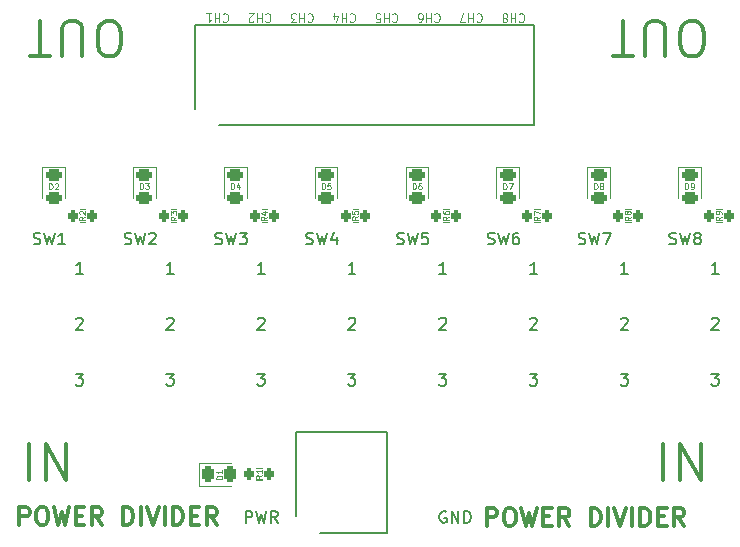
<source format=gto>
G04 #@! TF.GenerationSoftware,KiCad,Pcbnew,7.0.7*
G04 #@! TF.CreationDate,2023-09-05T00:15:25-07:00*
G04 #@! TF.ProjectId,Power Supply Board Ground Systems V1.1,506f7765-7220-4537-9570-706c7920426f,rev?*
G04 #@! TF.SameCoordinates,Original*
G04 #@! TF.FileFunction,Legend,Top*
G04 #@! TF.FilePolarity,Positive*
%FSLAX46Y46*%
G04 Gerber Fmt 4.6, Leading zero omitted, Abs format (unit mm)*
G04 Created by KiCad (PCBNEW 7.0.7) date 2023-09-05 00:15:25*
%MOMM*%
%LPD*%
G01*
G04 APERTURE LIST*
G04 Aperture macros list*
%AMRoundRect*
0 Rectangle with rounded corners*
0 $1 Rounding radius*
0 $2 $3 $4 $5 $6 $7 $8 $9 X,Y pos of 4 corners*
0 Add a 4 corners polygon primitive as box body*
4,1,4,$2,$3,$4,$5,$6,$7,$8,$9,$2,$3,0*
0 Add four circle primitives for the rounded corners*
1,1,$1+$1,$2,$3*
1,1,$1+$1,$4,$5*
1,1,$1+$1,$6,$7*
1,1,$1+$1,$8,$9*
0 Add four rect primitives between the rounded corners*
20,1,$1+$1,$2,$3,$4,$5,0*
20,1,$1+$1,$4,$5,$6,$7,0*
20,1,$1+$1,$6,$7,$8,$9,0*
20,1,$1+$1,$8,$9,$2,$3,0*%
G04 Aperture macros list end*
%ADD10C,0.100000*%
%ADD11C,0.300000*%
%ADD12C,0.150000*%
%ADD13C,0.125000*%
%ADD14C,0.120000*%
%ADD15C,0.200000*%
%ADD16R,3.000000X3.000000*%
%ADD17RoundRect,0.243750X-0.456250X0.243750X-0.456250X-0.243750X0.456250X-0.243750X0.456250X0.243750X0*%
%ADD18RoundRect,0.200000X-0.200000X-0.275000X0.200000X-0.275000X0.200000X0.275000X-0.200000X0.275000X0*%
%ADD19C,3.600000*%
%ADD20C,6.400000*%
%ADD21RoundRect,0.243750X-0.243750X-0.456250X0.243750X-0.456250X0.243750X0.456250X-0.243750X0.456250X0*%
%ADD22R,2.025000X2.025000*%
%ADD23C,2.025000*%
G04 APERTURE END LIST*
D10*
X54331333Y-25739264D02*
X54364666Y-25703550D01*
X54364666Y-25703550D02*
X54464666Y-25667835D01*
X54464666Y-25667835D02*
X54531333Y-25667835D01*
X54531333Y-25667835D02*
X54631333Y-25703550D01*
X54631333Y-25703550D02*
X54698000Y-25774978D01*
X54698000Y-25774978D02*
X54731333Y-25846407D01*
X54731333Y-25846407D02*
X54764666Y-25989264D01*
X54764666Y-25989264D02*
X54764666Y-26096407D01*
X54764666Y-26096407D02*
X54731333Y-26239264D01*
X54731333Y-26239264D02*
X54698000Y-26310692D01*
X54698000Y-26310692D02*
X54631333Y-26382121D01*
X54631333Y-26382121D02*
X54531333Y-26417835D01*
X54531333Y-26417835D02*
X54464666Y-26417835D01*
X54464666Y-26417835D02*
X54364666Y-26382121D01*
X54364666Y-26382121D02*
X54331333Y-26346407D01*
X54031333Y-25667835D02*
X54031333Y-26417835D01*
X54031333Y-26060692D02*
X53631333Y-26060692D01*
X53631333Y-25667835D02*
X53631333Y-26417835D01*
X52931333Y-25667835D02*
X53331333Y-25667835D01*
X53131333Y-25667835D02*
X53131333Y-26417835D01*
X53131333Y-26417835D02*
X53198000Y-26310692D01*
X53198000Y-26310692D02*
X53264667Y-26239264D01*
X53264667Y-26239264D02*
X53331333Y-26203550D01*
X61494133Y-25739264D02*
X61527466Y-25703550D01*
X61527466Y-25703550D02*
X61627466Y-25667835D01*
X61627466Y-25667835D02*
X61694133Y-25667835D01*
X61694133Y-25667835D02*
X61794133Y-25703550D01*
X61794133Y-25703550D02*
X61860800Y-25774978D01*
X61860800Y-25774978D02*
X61894133Y-25846407D01*
X61894133Y-25846407D02*
X61927466Y-25989264D01*
X61927466Y-25989264D02*
X61927466Y-26096407D01*
X61927466Y-26096407D02*
X61894133Y-26239264D01*
X61894133Y-26239264D02*
X61860800Y-26310692D01*
X61860800Y-26310692D02*
X61794133Y-26382121D01*
X61794133Y-26382121D02*
X61694133Y-26417835D01*
X61694133Y-26417835D02*
X61627466Y-26417835D01*
X61627466Y-26417835D02*
X61527466Y-26382121D01*
X61527466Y-26382121D02*
X61494133Y-26346407D01*
X61194133Y-25667835D02*
X61194133Y-26417835D01*
X61194133Y-26060692D02*
X60794133Y-26060692D01*
X60794133Y-25667835D02*
X60794133Y-26417835D01*
X60527467Y-26417835D02*
X60094133Y-26417835D01*
X60094133Y-26417835D02*
X60327467Y-26132121D01*
X60327467Y-26132121D02*
X60227467Y-26132121D01*
X60227467Y-26132121D02*
X60160800Y-26096407D01*
X60160800Y-26096407D02*
X60127467Y-26060692D01*
X60127467Y-26060692D02*
X60094133Y-25989264D01*
X60094133Y-25989264D02*
X60094133Y-25810692D01*
X60094133Y-25810692D02*
X60127467Y-25739264D01*
X60127467Y-25739264D02*
X60160800Y-25703550D01*
X60160800Y-25703550D02*
X60227467Y-25667835D01*
X60227467Y-25667835D02*
X60427467Y-25667835D01*
X60427467Y-25667835D02*
X60494133Y-25703550D01*
X60494133Y-25703550D02*
X60527467Y-25739264D01*
D11*
X76673570Y-69063328D02*
X76673570Y-67563328D01*
X76673570Y-67563328D02*
X77244999Y-67563328D01*
X77244999Y-67563328D02*
X77387856Y-67634757D01*
X77387856Y-67634757D02*
X77459285Y-67706185D01*
X77459285Y-67706185D02*
X77530713Y-67849042D01*
X77530713Y-67849042D02*
X77530713Y-68063328D01*
X77530713Y-68063328D02*
X77459285Y-68206185D01*
X77459285Y-68206185D02*
X77387856Y-68277614D01*
X77387856Y-68277614D02*
X77244999Y-68349042D01*
X77244999Y-68349042D02*
X76673570Y-68349042D01*
X78459285Y-67563328D02*
X78744999Y-67563328D01*
X78744999Y-67563328D02*
X78887856Y-67634757D01*
X78887856Y-67634757D02*
X79030713Y-67777614D01*
X79030713Y-67777614D02*
X79102142Y-68063328D01*
X79102142Y-68063328D02*
X79102142Y-68563328D01*
X79102142Y-68563328D02*
X79030713Y-68849042D01*
X79030713Y-68849042D02*
X78887856Y-68991900D01*
X78887856Y-68991900D02*
X78744999Y-69063328D01*
X78744999Y-69063328D02*
X78459285Y-69063328D01*
X78459285Y-69063328D02*
X78316428Y-68991900D01*
X78316428Y-68991900D02*
X78173570Y-68849042D01*
X78173570Y-68849042D02*
X78102142Y-68563328D01*
X78102142Y-68563328D02*
X78102142Y-68063328D01*
X78102142Y-68063328D02*
X78173570Y-67777614D01*
X78173570Y-67777614D02*
X78316428Y-67634757D01*
X78316428Y-67634757D02*
X78459285Y-67563328D01*
X79602142Y-67563328D02*
X79959285Y-69063328D01*
X79959285Y-69063328D02*
X80244999Y-67991900D01*
X80244999Y-67991900D02*
X80530714Y-69063328D01*
X80530714Y-69063328D02*
X80887857Y-67563328D01*
X81459285Y-68277614D02*
X81959285Y-68277614D01*
X82173571Y-69063328D02*
X81459285Y-69063328D01*
X81459285Y-69063328D02*
X81459285Y-67563328D01*
X81459285Y-67563328D02*
X82173571Y-67563328D01*
X83673571Y-69063328D02*
X83173571Y-68349042D01*
X82816428Y-69063328D02*
X82816428Y-67563328D01*
X82816428Y-67563328D02*
X83387857Y-67563328D01*
X83387857Y-67563328D02*
X83530714Y-67634757D01*
X83530714Y-67634757D02*
X83602143Y-67706185D01*
X83602143Y-67706185D02*
X83673571Y-67849042D01*
X83673571Y-67849042D02*
X83673571Y-68063328D01*
X83673571Y-68063328D02*
X83602143Y-68206185D01*
X83602143Y-68206185D02*
X83530714Y-68277614D01*
X83530714Y-68277614D02*
X83387857Y-68349042D01*
X83387857Y-68349042D02*
X82816428Y-68349042D01*
X85459285Y-69063328D02*
X85459285Y-67563328D01*
X85459285Y-67563328D02*
X85816428Y-67563328D01*
X85816428Y-67563328D02*
X86030714Y-67634757D01*
X86030714Y-67634757D02*
X86173571Y-67777614D01*
X86173571Y-67777614D02*
X86245000Y-67920471D01*
X86245000Y-67920471D02*
X86316428Y-68206185D01*
X86316428Y-68206185D02*
X86316428Y-68420471D01*
X86316428Y-68420471D02*
X86245000Y-68706185D01*
X86245000Y-68706185D02*
X86173571Y-68849042D01*
X86173571Y-68849042D02*
X86030714Y-68991900D01*
X86030714Y-68991900D02*
X85816428Y-69063328D01*
X85816428Y-69063328D02*
X85459285Y-69063328D01*
X86959285Y-69063328D02*
X86959285Y-67563328D01*
X87459286Y-67563328D02*
X87959286Y-69063328D01*
X87959286Y-69063328D02*
X88459286Y-67563328D01*
X88959285Y-69063328D02*
X88959285Y-67563328D01*
X89673571Y-69063328D02*
X89673571Y-67563328D01*
X89673571Y-67563328D02*
X90030714Y-67563328D01*
X90030714Y-67563328D02*
X90245000Y-67634757D01*
X90245000Y-67634757D02*
X90387857Y-67777614D01*
X90387857Y-67777614D02*
X90459286Y-67920471D01*
X90459286Y-67920471D02*
X90530714Y-68206185D01*
X90530714Y-68206185D02*
X90530714Y-68420471D01*
X90530714Y-68420471D02*
X90459286Y-68706185D01*
X90459286Y-68706185D02*
X90387857Y-68849042D01*
X90387857Y-68849042D02*
X90245000Y-68991900D01*
X90245000Y-68991900D02*
X90030714Y-69063328D01*
X90030714Y-69063328D02*
X89673571Y-69063328D01*
X91173571Y-68277614D02*
X91673571Y-68277614D01*
X91887857Y-69063328D02*
X91173571Y-69063328D01*
X91173571Y-69063328D02*
X91173571Y-67563328D01*
X91173571Y-67563328D02*
X91887857Y-67563328D01*
X93387857Y-69063328D02*
X92887857Y-68349042D01*
X92530714Y-69063328D02*
X92530714Y-67563328D01*
X92530714Y-67563328D02*
X93102143Y-67563328D01*
X93102143Y-67563328D02*
X93245000Y-67634757D01*
X93245000Y-67634757D02*
X93316429Y-67706185D01*
X93316429Y-67706185D02*
X93387857Y-67849042D01*
X93387857Y-67849042D02*
X93387857Y-68063328D01*
X93387857Y-68063328D02*
X93316429Y-68206185D01*
X93316429Y-68206185D02*
X93245000Y-68277614D01*
X93245000Y-68277614D02*
X93102143Y-68349042D01*
X93102143Y-68349042D02*
X92530714Y-68349042D01*
X37098570Y-68988328D02*
X37098570Y-67488328D01*
X37098570Y-67488328D02*
X37669999Y-67488328D01*
X37669999Y-67488328D02*
X37812856Y-67559757D01*
X37812856Y-67559757D02*
X37884285Y-67631185D01*
X37884285Y-67631185D02*
X37955713Y-67774042D01*
X37955713Y-67774042D02*
X37955713Y-67988328D01*
X37955713Y-67988328D02*
X37884285Y-68131185D01*
X37884285Y-68131185D02*
X37812856Y-68202614D01*
X37812856Y-68202614D02*
X37669999Y-68274042D01*
X37669999Y-68274042D02*
X37098570Y-68274042D01*
X38884285Y-67488328D02*
X39169999Y-67488328D01*
X39169999Y-67488328D02*
X39312856Y-67559757D01*
X39312856Y-67559757D02*
X39455713Y-67702614D01*
X39455713Y-67702614D02*
X39527142Y-67988328D01*
X39527142Y-67988328D02*
X39527142Y-68488328D01*
X39527142Y-68488328D02*
X39455713Y-68774042D01*
X39455713Y-68774042D02*
X39312856Y-68916900D01*
X39312856Y-68916900D02*
X39169999Y-68988328D01*
X39169999Y-68988328D02*
X38884285Y-68988328D01*
X38884285Y-68988328D02*
X38741428Y-68916900D01*
X38741428Y-68916900D02*
X38598570Y-68774042D01*
X38598570Y-68774042D02*
X38527142Y-68488328D01*
X38527142Y-68488328D02*
X38527142Y-67988328D01*
X38527142Y-67988328D02*
X38598570Y-67702614D01*
X38598570Y-67702614D02*
X38741428Y-67559757D01*
X38741428Y-67559757D02*
X38884285Y-67488328D01*
X40027142Y-67488328D02*
X40384285Y-68988328D01*
X40384285Y-68988328D02*
X40669999Y-67916900D01*
X40669999Y-67916900D02*
X40955714Y-68988328D01*
X40955714Y-68988328D02*
X41312857Y-67488328D01*
X41884285Y-68202614D02*
X42384285Y-68202614D01*
X42598571Y-68988328D02*
X41884285Y-68988328D01*
X41884285Y-68988328D02*
X41884285Y-67488328D01*
X41884285Y-67488328D02*
X42598571Y-67488328D01*
X44098571Y-68988328D02*
X43598571Y-68274042D01*
X43241428Y-68988328D02*
X43241428Y-67488328D01*
X43241428Y-67488328D02*
X43812857Y-67488328D01*
X43812857Y-67488328D02*
X43955714Y-67559757D01*
X43955714Y-67559757D02*
X44027143Y-67631185D01*
X44027143Y-67631185D02*
X44098571Y-67774042D01*
X44098571Y-67774042D02*
X44098571Y-67988328D01*
X44098571Y-67988328D02*
X44027143Y-68131185D01*
X44027143Y-68131185D02*
X43955714Y-68202614D01*
X43955714Y-68202614D02*
X43812857Y-68274042D01*
X43812857Y-68274042D02*
X43241428Y-68274042D01*
X45884285Y-68988328D02*
X45884285Y-67488328D01*
X45884285Y-67488328D02*
X46241428Y-67488328D01*
X46241428Y-67488328D02*
X46455714Y-67559757D01*
X46455714Y-67559757D02*
X46598571Y-67702614D01*
X46598571Y-67702614D02*
X46670000Y-67845471D01*
X46670000Y-67845471D02*
X46741428Y-68131185D01*
X46741428Y-68131185D02*
X46741428Y-68345471D01*
X46741428Y-68345471D02*
X46670000Y-68631185D01*
X46670000Y-68631185D02*
X46598571Y-68774042D01*
X46598571Y-68774042D02*
X46455714Y-68916900D01*
X46455714Y-68916900D02*
X46241428Y-68988328D01*
X46241428Y-68988328D02*
X45884285Y-68988328D01*
X47384285Y-68988328D02*
X47384285Y-67488328D01*
X47884286Y-67488328D02*
X48384286Y-68988328D01*
X48384286Y-68988328D02*
X48884286Y-67488328D01*
X49384285Y-68988328D02*
X49384285Y-67488328D01*
X50098571Y-68988328D02*
X50098571Y-67488328D01*
X50098571Y-67488328D02*
X50455714Y-67488328D01*
X50455714Y-67488328D02*
X50670000Y-67559757D01*
X50670000Y-67559757D02*
X50812857Y-67702614D01*
X50812857Y-67702614D02*
X50884286Y-67845471D01*
X50884286Y-67845471D02*
X50955714Y-68131185D01*
X50955714Y-68131185D02*
X50955714Y-68345471D01*
X50955714Y-68345471D02*
X50884286Y-68631185D01*
X50884286Y-68631185D02*
X50812857Y-68774042D01*
X50812857Y-68774042D02*
X50670000Y-68916900D01*
X50670000Y-68916900D02*
X50455714Y-68988328D01*
X50455714Y-68988328D02*
X50098571Y-68988328D01*
X51598571Y-68202614D02*
X52098571Y-68202614D01*
X52312857Y-68988328D02*
X51598571Y-68988328D01*
X51598571Y-68988328D02*
X51598571Y-67488328D01*
X51598571Y-67488328D02*
X52312857Y-67488328D01*
X53812857Y-68988328D02*
X53312857Y-68274042D01*
X52955714Y-68988328D02*
X52955714Y-67488328D01*
X52955714Y-67488328D02*
X53527143Y-67488328D01*
X53527143Y-67488328D02*
X53670000Y-67559757D01*
X53670000Y-67559757D02*
X53741429Y-67631185D01*
X53741429Y-67631185D02*
X53812857Y-67774042D01*
X53812857Y-67774042D02*
X53812857Y-67988328D01*
X53812857Y-67988328D02*
X53741429Y-68131185D01*
X53741429Y-68131185D02*
X53670000Y-68202614D01*
X53670000Y-68202614D02*
X53527143Y-68274042D01*
X53527143Y-68274042D02*
X52955714Y-68274042D01*
D10*
X65075533Y-25739264D02*
X65108866Y-25703550D01*
X65108866Y-25703550D02*
X65208866Y-25667835D01*
X65208866Y-25667835D02*
X65275533Y-25667835D01*
X65275533Y-25667835D02*
X65375533Y-25703550D01*
X65375533Y-25703550D02*
X65442200Y-25774978D01*
X65442200Y-25774978D02*
X65475533Y-25846407D01*
X65475533Y-25846407D02*
X65508866Y-25989264D01*
X65508866Y-25989264D02*
X65508866Y-26096407D01*
X65508866Y-26096407D02*
X65475533Y-26239264D01*
X65475533Y-26239264D02*
X65442200Y-26310692D01*
X65442200Y-26310692D02*
X65375533Y-26382121D01*
X65375533Y-26382121D02*
X65275533Y-26417835D01*
X65275533Y-26417835D02*
X65208866Y-26417835D01*
X65208866Y-26417835D02*
X65108866Y-26382121D01*
X65108866Y-26382121D02*
X65075533Y-26346407D01*
X64775533Y-25667835D02*
X64775533Y-26417835D01*
X64775533Y-26060692D02*
X64375533Y-26060692D01*
X64375533Y-25667835D02*
X64375533Y-26417835D01*
X63742200Y-26167835D02*
X63742200Y-25667835D01*
X63908867Y-26453550D02*
X64075533Y-25917835D01*
X64075533Y-25917835D02*
X63642200Y-25917835D01*
X57912733Y-25739264D02*
X57946066Y-25703550D01*
X57946066Y-25703550D02*
X58046066Y-25667835D01*
X58046066Y-25667835D02*
X58112733Y-25667835D01*
X58112733Y-25667835D02*
X58212733Y-25703550D01*
X58212733Y-25703550D02*
X58279400Y-25774978D01*
X58279400Y-25774978D02*
X58312733Y-25846407D01*
X58312733Y-25846407D02*
X58346066Y-25989264D01*
X58346066Y-25989264D02*
X58346066Y-26096407D01*
X58346066Y-26096407D02*
X58312733Y-26239264D01*
X58312733Y-26239264D02*
X58279400Y-26310692D01*
X58279400Y-26310692D02*
X58212733Y-26382121D01*
X58212733Y-26382121D02*
X58112733Y-26417835D01*
X58112733Y-26417835D02*
X58046066Y-26417835D01*
X58046066Y-26417835D02*
X57946066Y-26382121D01*
X57946066Y-26382121D02*
X57912733Y-26346407D01*
X57612733Y-25667835D02*
X57612733Y-26417835D01*
X57612733Y-26060692D02*
X57212733Y-26060692D01*
X57212733Y-25667835D02*
X57212733Y-26417835D01*
X56912733Y-26346407D02*
X56879400Y-26382121D01*
X56879400Y-26382121D02*
X56812733Y-26417835D01*
X56812733Y-26417835D02*
X56646067Y-26417835D01*
X56646067Y-26417835D02*
X56579400Y-26382121D01*
X56579400Y-26382121D02*
X56546067Y-26346407D01*
X56546067Y-26346407D02*
X56512733Y-26274978D01*
X56512733Y-26274978D02*
X56512733Y-26203550D01*
X56512733Y-26203550D02*
X56546067Y-26096407D01*
X56546067Y-26096407D02*
X56946067Y-25667835D01*
X56946067Y-25667835D02*
X56512733Y-25667835D01*
D12*
X56246667Y-68824819D02*
X56246667Y-67824819D01*
X56246667Y-67824819D02*
X56627619Y-67824819D01*
X56627619Y-67824819D02*
X56722857Y-67872438D01*
X56722857Y-67872438D02*
X56770476Y-67920057D01*
X56770476Y-67920057D02*
X56818095Y-68015295D01*
X56818095Y-68015295D02*
X56818095Y-68158152D01*
X56818095Y-68158152D02*
X56770476Y-68253390D01*
X56770476Y-68253390D02*
X56722857Y-68301009D01*
X56722857Y-68301009D02*
X56627619Y-68348628D01*
X56627619Y-68348628D02*
X56246667Y-68348628D01*
X57151429Y-67824819D02*
X57389524Y-68824819D01*
X57389524Y-68824819D02*
X57580000Y-68110533D01*
X57580000Y-68110533D02*
X57770476Y-68824819D01*
X57770476Y-68824819D02*
X58008572Y-67824819D01*
X58960952Y-68824819D02*
X58627619Y-68348628D01*
X58389524Y-68824819D02*
X58389524Y-67824819D01*
X58389524Y-67824819D02*
X58770476Y-67824819D01*
X58770476Y-67824819D02*
X58865714Y-67872438D01*
X58865714Y-67872438D02*
X58913333Y-67920057D01*
X58913333Y-67920057D02*
X58960952Y-68015295D01*
X58960952Y-68015295D02*
X58960952Y-68158152D01*
X58960952Y-68158152D02*
X58913333Y-68253390D01*
X58913333Y-68253390D02*
X58865714Y-68301009D01*
X58865714Y-68301009D02*
X58770476Y-68348628D01*
X58770476Y-68348628D02*
X58389524Y-68348628D01*
X73228095Y-67872438D02*
X73132857Y-67824819D01*
X73132857Y-67824819D02*
X72990000Y-67824819D01*
X72990000Y-67824819D02*
X72847143Y-67872438D01*
X72847143Y-67872438D02*
X72751905Y-67967676D01*
X72751905Y-67967676D02*
X72704286Y-68062914D01*
X72704286Y-68062914D02*
X72656667Y-68253390D01*
X72656667Y-68253390D02*
X72656667Y-68396247D01*
X72656667Y-68396247D02*
X72704286Y-68586723D01*
X72704286Y-68586723D02*
X72751905Y-68681961D01*
X72751905Y-68681961D02*
X72847143Y-68777200D01*
X72847143Y-68777200D02*
X72990000Y-68824819D01*
X72990000Y-68824819D02*
X73085238Y-68824819D01*
X73085238Y-68824819D02*
X73228095Y-68777200D01*
X73228095Y-68777200D02*
X73275714Y-68729580D01*
X73275714Y-68729580D02*
X73275714Y-68396247D01*
X73275714Y-68396247D02*
X73085238Y-68396247D01*
X73704286Y-68824819D02*
X73704286Y-67824819D01*
X73704286Y-67824819D02*
X74275714Y-68824819D01*
X74275714Y-68824819D02*
X74275714Y-67824819D01*
X74751905Y-68824819D02*
X74751905Y-67824819D01*
X74751905Y-67824819D02*
X74990000Y-67824819D01*
X74990000Y-67824819D02*
X75132857Y-67872438D01*
X75132857Y-67872438D02*
X75228095Y-67967676D01*
X75228095Y-67967676D02*
X75275714Y-68062914D01*
X75275714Y-68062914D02*
X75323333Y-68253390D01*
X75323333Y-68253390D02*
X75323333Y-68396247D01*
X75323333Y-68396247D02*
X75275714Y-68586723D01*
X75275714Y-68586723D02*
X75228095Y-68681961D01*
X75228095Y-68681961D02*
X75132857Y-68777200D01*
X75132857Y-68777200D02*
X74990000Y-68824819D01*
X74990000Y-68824819D02*
X74751905Y-68824819D01*
D11*
X94349999Y-29317742D02*
X93778571Y-29317742D01*
X93778571Y-29317742D02*
X93492856Y-29174885D01*
X93492856Y-29174885D02*
X93207142Y-28889171D01*
X93207142Y-28889171D02*
X93064285Y-28317742D01*
X93064285Y-28317742D02*
X93064285Y-27317742D01*
X93064285Y-27317742D02*
X93207142Y-26746314D01*
X93207142Y-26746314D02*
X93492856Y-26460600D01*
X93492856Y-26460600D02*
X93778571Y-26317742D01*
X93778571Y-26317742D02*
X94349999Y-26317742D01*
X94349999Y-26317742D02*
X94635714Y-26460600D01*
X94635714Y-26460600D02*
X94921428Y-26746314D01*
X94921428Y-26746314D02*
X95064285Y-27317742D01*
X95064285Y-27317742D02*
X95064285Y-28317742D01*
X95064285Y-28317742D02*
X94921428Y-28889171D01*
X94921428Y-28889171D02*
X94635714Y-29174885D01*
X94635714Y-29174885D02*
X94349999Y-29317742D01*
X91778571Y-29317742D02*
X91778571Y-26889171D01*
X91778571Y-26889171D02*
X91635714Y-26603457D01*
X91635714Y-26603457D02*
X91492857Y-26460600D01*
X91492857Y-26460600D02*
X91207142Y-26317742D01*
X91207142Y-26317742D02*
X90635714Y-26317742D01*
X90635714Y-26317742D02*
X90349999Y-26460600D01*
X90349999Y-26460600D02*
X90207142Y-26603457D01*
X90207142Y-26603457D02*
X90064285Y-26889171D01*
X90064285Y-26889171D02*
X90064285Y-29317742D01*
X89064285Y-29317742D02*
X87350000Y-29317742D01*
X88207142Y-26317742D02*
X88207142Y-29317742D01*
X91628571Y-65182257D02*
X91628571Y-62182257D01*
X93057142Y-65182257D02*
X93057142Y-62182257D01*
X93057142Y-62182257D02*
X94771428Y-65182257D01*
X94771428Y-65182257D02*
X94771428Y-62182257D01*
D10*
X68656933Y-25739264D02*
X68690266Y-25703550D01*
X68690266Y-25703550D02*
X68790266Y-25667835D01*
X68790266Y-25667835D02*
X68856933Y-25667835D01*
X68856933Y-25667835D02*
X68956933Y-25703550D01*
X68956933Y-25703550D02*
X69023600Y-25774978D01*
X69023600Y-25774978D02*
X69056933Y-25846407D01*
X69056933Y-25846407D02*
X69090266Y-25989264D01*
X69090266Y-25989264D02*
X69090266Y-26096407D01*
X69090266Y-26096407D02*
X69056933Y-26239264D01*
X69056933Y-26239264D02*
X69023600Y-26310692D01*
X69023600Y-26310692D02*
X68956933Y-26382121D01*
X68956933Y-26382121D02*
X68856933Y-26417835D01*
X68856933Y-26417835D02*
X68790266Y-26417835D01*
X68790266Y-26417835D02*
X68690266Y-26382121D01*
X68690266Y-26382121D02*
X68656933Y-26346407D01*
X68356933Y-25667835D02*
X68356933Y-26417835D01*
X68356933Y-26060692D02*
X67956933Y-26060692D01*
X67956933Y-25667835D02*
X67956933Y-26417835D01*
X67290267Y-26417835D02*
X67623600Y-26417835D01*
X67623600Y-26417835D02*
X67656933Y-26060692D01*
X67656933Y-26060692D02*
X67623600Y-26096407D01*
X67623600Y-26096407D02*
X67556933Y-26132121D01*
X67556933Y-26132121D02*
X67390267Y-26132121D01*
X67390267Y-26132121D02*
X67323600Y-26096407D01*
X67323600Y-26096407D02*
X67290267Y-26060692D01*
X67290267Y-26060692D02*
X67256933Y-25989264D01*
X67256933Y-25989264D02*
X67256933Y-25810692D01*
X67256933Y-25810692D02*
X67290267Y-25739264D01*
X67290267Y-25739264D02*
X67323600Y-25703550D01*
X67323600Y-25703550D02*
X67390267Y-25667835D01*
X67390267Y-25667835D02*
X67556933Y-25667835D01*
X67556933Y-25667835D02*
X67623600Y-25703550D01*
X67623600Y-25703550D02*
X67656933Y-25739264D01*
D11*
X37888571Y-65182257D02*
X37888571Y-62182257D01*
X39317142Y-65182257D02*
X39317142Y-62182257D01*
X39317142Y-62182257D02*
X41031428Y-65182257D01*
X41031428Y-65182257D02*
X41031428Y-62182257D01*
D10*
X75819733Y-25739264D02*
X75853066Y-25703550D01*
X75853066Y-25703550D02*
X75953066Y-25667835D01*
X75953066Y-25667835D02*
X76019733Y-25667835D01*
X76019733Y-25667835D02*
X76119733Y-25703550D01*
X76119733Y-25703550D02*
X76186400Y-25774978D01*
X76186400Y-25774978D02*
X76219733Y-25846407D01*
X76219733Y-25846407D02*
X76253066Y-25989264D01*
X76253066Y-25989264D02*
X76253066Y-26096407D01*
X76253066Y-26096407D02*
X76219733Y-26239264D01*
X76219733Y-26239264D02*
X76186400Y-26310692D01*
X76186400Y-26310692D02*
X76119733Y-26382121D01*
X76119733Y-26382121D02*
X76019733Y-26417835D01*
X76019733Y-26417835D02*
X75953066Y-26417835D01*
X75953066Y-26417835D02*
X75853066Y-26382121D01*
X75853066Y-26382121D02*
X75819733Y-26346407D01*
X75519733Y-25667835D02*
X75519733Y-26417835D01*
X75519733Y-26060692D02*
X75119733Y-26060692D01*
X75119733Y-25667835D02*
X75119733Y-26417835D01*
X74853067Y-26417835D02*
X74386400Y-26417835D01*
X74386400Y-26417835D02*
X74686400Y-25667835D01*
X79401133Y-25739264D02*
X79434466Y-25703550D01*
X79434466Y-25703550D02*
X79534466Y-25667835D01*
X79534466Y-25667835D02*
X79601133Y-25667835D01*
X79601133Y-25667835D02*
X79701133Y-25703550D01*
X79701133Y-25703550D02*
X79767800Y-25774978D01*
X79767800Y-25774978D02*
X79801133Y-25846407D01*
X79801133Y-25846407D02*
X79834466Y-25989264D01*
X79834466Y-25989264D02*
X79834466Y-26096407D01*
X79834466Y-26096407D02*
X79801133Y-26239264D01*
X79801133Y-26239264D02*
X79767800Y-26310692D01*
X79767800Y-26310692D02*
X79701133Y-26382121D01*
X79701133Y-26382121D02*
X79601133Y-26417835D01*
X79601133Y-26417835D02*
X79534466Y-26417835D01*
X79534466Y-26417835D02*
X79434466Y-26382121D01*
X79434466Y-26382121D02*
X79401133Y-26346407D01*
X79101133Y-25667835D02*
X79101133Y-26417835D01*
X79101133Y-26060692D02*
X78701133Y-26060692D01*
X78701133Y-25667835D02*
X78701133Y-26417835D01*
X78267800Y-26096407D02*
X78334467Y-26132121D01*
X78334467Y-26132121D02*
X78367800Y-26167835D01*
X78367800Y-26167835D02*
X78401133Y-26239264D01*
X78401133Y-26239264D02*
X78401133Y-26274978D01*
X78401133Y-26274978D02*
X78367800Y-26346407D01*
X78367800Y-26346407D02*
X78334467Y-26382121D01*
X78334467Y-26382121D02*
X78267800Y-26417835D01*
X78267800Y-26417835D02*
X78134467Y-26417835D01*
X78134467Y-26417835D02*
X78067800Y-26382121D01*
X78067800Y-26382121D02*
X78034467Y-26346407D01*
X78034467Y-26346407D02*
X78001133Y-26274978D01*
X78001133Y-26274978D02*
X78001133Y-26239264D01*
X78001133Y-26239264D02*
X78034467Y-26167835D01*
X78034467Y-26167835D02*
X78067800Y-26132121D01*
X78067800Y-26132121D02*
X78134467Y-26096407D01*
X78134467Y-26096407D02*
X78267800Y-26096407D01*
X78267800Y-26096407D02*
X78334467Y-26060692D01*
X78334467Y-26060692D02*
X78367800Y-26024978D01*
X78367800Y-26024978D02*
X78401133Y-25953550D01*
X78401133Y-25953550D02*
X78401133Y-25810692D01*
X78401133Y-25810692D02*
X78367800Y-25739264D01*
X78367800Y-25739264D02*
X78334467Y-25703550D01*
X78334467Y-25703550D02*
X78267800Y-25667835D01*
X78267800Y-25667835D02*
X78134467Y-25667835D01*
X78134467Y-25667835D02*
X78067800Y-25703550D01*
X78067800Y-25703550D02*
X78034467Y-25739264D01*
X78034467Y-25739264D02*
X78001133Y-25810692D01*
X78001133Y-25810692D02*
X78001133Y-25953550D01*
X78001133Y-25953550D02*
X78034467Y-26024978D01*
X78034467Y-26024978D02*
X78067800Y-26060692D01*
X78067800Y-26060692D02*
X78134467Y-26096407D01*
D11*
X44999999Y-29317742D02*
X44428571Y-29317742D01*
X44428571Y-29317742D02*
X44142856Y-29174885D01*
X44142856Y-29174885D02*
X43857142Y-28889171D01*
X43857142Y-28889171D02*
X43714285Y-28317742D01*
X43714285Y-28317742D02*
X43714285Y-27317742D01*
X43714285Y-27317742D02*
X43857142Y-26746314D01*
X43857142Y-26746314D02*
X44142856Y-26460600D01*
X44142856Y-26460600D02*
X44428571Y-26317742D01*
X44428571Y-26317742D02*
X44999999Y-26317742D01*
X44999999Y-26317742D02*
X45285714Y-26460600D01*
X45285714Y-26460600D02*
X45571428Y-26746314D01*
X45571428Y-26746314D02*
X45714285Y-27317742D01*
X45714285Y-27317742D02*
X45714285Y-28317742D01*
X45714285Y-28317742D02*
X45571428Y-28889171D01*
X45571428Y-28889171D02*
X45285714Y-29174885D01*
X45285714Y-29174885D02*
X44999999Y-29317742D01*
X42428571Y-29317742D02*
X42428571Y-26889171D01*
X42428571Y-26889171D02*
X42285714Y-26603457D01*
X42285714Y-26603457D02*
X42142857Y-26460600D01*
X42142857Y-26460600D02*
X41857142Y-26317742D01*
X41857142Y-26317742D02*
X41285714Y-26317742D01*
X41285714Y-26317742D02*
X40999999Y-26460600D01*
X40999999Y-26460600D02*
X40857142Y-26603457D01*
X40857142Y-26603457D02*
X40714285Y-26889171D01*
X40714285Y-26889171D02*
X40714285Y-29317742D01*
X39714285Y-29317742D02*
X38000000Y-29317742D01*
X38857142Y-26317742D02*
X38857142Y-29317742D01*
D10*
X72238333Y-25739264D02*
X72271666Y-25703550D01*
X72271666Y-25703550D02*
X72371666Y-25667835D01*
X72371666Y-25667835D02*
X72438333Y-25667835D01*
X72438333Y-25667835D02*
X72538333Y-25703550D01*
X72538333Y-25703550D02*
X72605000Y-25774978D01*
X72605000Y-25774978D02*
X72638333Y-25846407D01*
X72638333Y-25846407D02*
X72671666Y-25989264D01*
X72671666Y-25989264D02*
X72671666Y-26096407D01*
X72671666Y-26096407D02*
X72638333Y-26239264D01*
X72638333Y-26239264D02*
X72605000Y-26310692D01*
X72605000Y-26310692D02*
X72538333Y-26382121D01*
X72538333Y-26382121D02*
X72438333Y-26417835D01*
X72438333Y-26417835D02*
X72371666Y-26417835D01*
X72371666Y-26417835D02*
X72271666Y-26382121D01*
X72271666Y-26382121D02*
X72238333Y-26346407D01*
X71938333Y-25667835D02*
X71938333Y-26417835D01*
X71938333Y-26060692D02*
X71538333Y-26060692D01*
X71538333Y-25667835D02*
X71538333Y-26417835D01*
X70905000Y-26417835D02*
X71038333Y-26417835D01*
X71038333Y-26417835D02*
X71105000Y-26382121D01*
X71105000Y-26382121D02*
X71138333Y-26346407D01*
X71138333Y-26346407D02*
X71205000Y-26239264D01*
X71205000Y-26239264D02*
X71238333Y-26096407D01*
X71238333Y-26096407D02*
X71238333Y-25810692D01*
X71238333Y-25810692D02*
X71205000Y-25739264D01*
X71205000Y-25739264D02*
X71171667Y-25703550D01*
X71171667Y-25703550D02*
X71105000Y-25667835D01*
X71105000Y-25667835D02*
X70971667Y-25667835D01*
X70971667Y-25667835D02*
X70905000Y-25703550D01*
X70905000Y-25703550D02*
X70871667Y-25739264D01*
X70871667Y-25739264D02*
X70838333Y-25810692D01*
X70838333Y-25810692D02*
X70838333Y-25989264D01*
X70838333Y-25989264D02*
X70871667Y-26060692D01*
X70871667Y-26060692D02*
X70905000Y-26096407D01*
X70905000Y-26096407D02*
X70971667Y-26132121D01*
X70971667Y-26132121D02*
X71105000Y-26132121D01*
X71105000Y-26132121D02*
X71171667Y-26096407D01*
X71171667Y-26096407D02*
X71205000Y-26060692D01*
X71205000Y-26060692D02*
X71238333Y-25989264D01*
D12*
X45997583Y-45197000D02*
X46140440Y-45244619D01*
X46140440Y-45244619D02*
X46378535Y-45244619D01*
X46378535Y-45244619D02*
X46473773Y-45197000D01*
X46473773Y-45197000D02*
X46521392Y-45149380D01*
X46521392Y-45149380D02*
X46569011Y-45054142D01*
X46569011Y-45054142D02*
X46569011Y-44958904D01*
X46569011Y-44958904D02*
X46521392Y-44863666D01*
X46521392Y-44863666D02*
X46473773Y-44816047D01*
X46473773Y-44816047D02*
X46378535Y-44768428D01*
X46378535Y-44768428D02*
X46188059Y-44720809D01*
X46188059Y-44720809D02*
X46092821Y-44673190D01*
X46092821Y-44673190D02*
X46045202Y-44625571D01*
X46045202Y-44625571D02*
X45997583Y-44530333D01*
X45997583Y-44530333D02*
X45997583Y-44435095D01*
X45997583Y-44435095D02*
X46045202Y-44339857D01*
X46045202Y-44339857D02*
X46092821Y-44292238D01*
X46092821Y-44292238D02*
X46188059Y-44244619D01*
X46188059Y-44244619D02*
X46426154Y-44244619D01*
X46426154Y-44244619D02*
X46569011Y-44292238D01*
X46902345Y-44244619D02*
X47140440Y-45244619D01*
X47140440Y-45244619D02*
X47330916Y-44530333D01*
X47330916Y-44530333D02*
X47521392Y-45244619D01*
X47521392Y-45244619D02*
X47759488Y-44244619D01*
X48092821Y-44339857D02*
X48140440Y-44292238D01*
X48140440Y-44292238D02*
X48235678Y-44244619D01*
X48235678Y-44244619D02*
X48473773Y-44244619D01*
X48473773Y-44244619D02*
X48569011Y-44292238D01*
X48569011Y-44292238D02*
X48616630Y-44339857D01*
X48616630Y-44339857D02*
X48664249Y-44435095D01*
X48664249Y-44435095D02*
X48664249Y-44530333D01*
X48664249Y-44530333D02*
X48616630Y-44673190D01*
X48616630Y-44673190D02*
X48045202Y-45244619D01*
X48045202Y-45244619D02*
X48664249Y-45244619D01*
X50166630Y-47744619D02*
X49595202Y-47744619D01*
X49880916Y-47744619D02*
X49880916Y-46744619D01*
X49880916Y-46744619D02*
X49785678Y-46887476D01*
X49785678Y-46887476D02*
X49690440Y-46982714D01*
X49690440Y-46982714D02*
X49595202Y-47030333D01*
X49595202Y-51564857D02*
X49642821Y-51517238D01*
X49642821Y-51517238D02*
X49738059Y-51469619D01*
X49738059Y-51469619D02*
X49976154Y-51469619D01*
X49976154Y-51469619D02*
X50071392Y-51517238D01*
X50071392Y-51517238D02*
X50119011Y-51564857D01*
X50119011Y-51564857D02*
X50166630Y-51660095D01*
X50166630Y-51660095D02*
X50166630Y-51755333D01*
X50166630Y-51755333D02*
X50119011Y-51898190D01*
X50119011Y-51898190D02*
X49547583Y-52469619D01*
X49547583Y-52469619D02*
X50166630Y-52469619D01*
X49547583Y-56194619D02*
X50166630Y-56194619D01*
X50166630Y-56194619D02*
X49833297Y-56575571D01*
X49833297Y-56575571D02*
X49976154Y-56575571D01*
X49976154Y-56575571D02*
X50071392Y-56623190D01*
X50071392Y-56623190D02*
X50119011Y-56670809D01*
X50119011Y-56670809D02*
X50166630Y-56766047D01*
X50166630Y-56766047D02*
X50166630Y-57004142D01*
X50166630Y-57004142D02*
X50119011Y-57099380D01*
X50119011Y-57099380D02*
X50071392Y-57147000D01*
X50071392Y-57147000D02*
X49976154Y-57194619D01*
X49976154Y-57194619D02*
X49690440Y-57194619D01*
X49690440Y-57194619D02*
X49595202Y-57147000D01*
X49595202Y-57147000D02*
X49547583Y-57099380D01*
X76753351Y-45197000D02*
X76896208Y-45244619D01*
X76896208Y-45244619D02*
X77134303Y-45244619D01*
X77134303Y-45244619D02*
X77229541Y-45197000D01*
X77229541Y-45197000D02*
X77277160Y-45149380D01*
X77277160Y-45149380D02*
X77324779Y-45054142D01*
X77324779Y-45054142D02*
X77324779Y-44958904D01*
X77324779Y-44958904D02*
X77277160Y-44863666D01*
X77277160Y-44863666D02*
X77229541Y-44816047D01*
X77229541Y-44816047D02*
X77134303Y-44768428D01*
X77134303Y-44768428D02*
X76943827Y-44720809D01*
X76943827Y-44720809D02*
X76848589Y-44673190D01*
X76848589Y-44673190D02*
X76800970Y-44625571D01*
X76800970Y-44625571D02*
X76753351Y-44530333D01*
X76753351Y-44530333D02*
X76753351Y-44435095D01*
X76753351Y-44435095D02*
X76800970Y-44339857D01*
X76800970Y-44339857D02*
X76848589Y-44292238D01*
X76848589Y-44292238D02*
X76943827Y-44244619D01*
X76943827Y-44244619D02*
X77181922Y-44244619D01*
X77181922Y-44244619D02*
X77324779Y-44292238D01*
X77658113Y-44244619D02*
X77896208Y-45244619D01*
X77896208Y-45244619D02*
X78086684Y-44530333D01*
X78086684Y-44530333D02*
X78277160Y-45244619D01*
X78277160Y-45244619D02*
X78515256Y-44244619D01*
X79324779Y-44244619D02*
X79134303Y-44244619D01*
X79134303Y-44244619D02*
X79039065Y-44292238D01*
X79039065Y-44292238D02*
X78991446Y-44339857D01*
X78991446Y-44339857D02*
X78896208Y-44482714D01*
X78896208Y-44482714D02*
X78848589Y-44673190D01*
X78848589Y-44673190D02*
X78848589Y-45054142D01*
X78848589Y-45054142D02*
X78896208Y-45149380D01*
X78896208Y-45149380D02*
X78943827Y-45197000D01*
X78943827Y-45197000D02*
X79039065Y-45244619D01*
X79039065Y-45244619D02*
X79229541Y-45244619D01*
X79229541Y-45244619D02*
X79324779Y-45197000D01*
X79324779Y-45197000D02*
X79372398Y-45149380D01*
X79372398Y-45149380D02*
X79420017Y-45054142D01*
X79420017Y-45054142D02*
X79420017Y-44816047D01*
X79420017Y-44816047D02*
X79372398Y-44720809D01*
X79372398Y-44720809D02*
X79324779Y-44673190D01*
X79324779Y-44673190D02*
X79229541Y-44625571D01*
X79229541Y-44625571D02*
X79039065Y-44625571D01*
X79039065Y-44625571D02*
X78943827Y-44673190D01*
X78943827Y-44673190D02*
X78896208Y-44720809D01*
X78896208Y-44720809D02*
X78848589Y-44816047D01*
X80303351Y-56194619D02*
X80922398Y-56194619D01*
X80922398Y-56194619D02*
X80589065Y-56575571D01*
X80589065Y-56575571D02*
X80731922Y-56575571D01*
X80731922Y-56575571D02*
X80827160Y-56623190D01*
X80827160Y-56623190D02*
X80874779Y-56670809D01*
X80874779Y-56670809D02*
X80922398Y-56766047D01*
X80922398Y-56766047D02*
X80922398Y-57004142D01*
X80922398Y-57004142D02*
X80874779Y-57099380D01*
X80874779Y-57099380D02*
X80827160Y-57147000D01*
X80827160Y-57147000D02*
X80731922Y-57194619D01*
X80731922Y-57194619D02*
X80446208Y-57194619D01*
X80446208Y-57194619D02*
X80350970Y-57147000D01*
X80350970Y-57147000D02*
X80303351Y-57099380D01*
X80922398Y-47744619D02*
X80350970Y-47744619D01*
X80636684Y-47744619D02*
X80636684Y-46744619D01*
X80636684Y-46744619D02*
X80541446Y-46887476D01*
X80541446Y-46887476D02*
X80446208Y-46982714D01*
X80446208Y-46982714D02*
X80350970Y-47030333D01*
X80350970Y-51564857D02*
X80398589Y-51517238D01*
X80398589Y-51517238D02*
X80493827Y-51469619D01*
X80493827Y-51469619D02*
X80731922Y-51469619D01*
X80731922Y-51469619D02*
X80827160Y-51517238D01*
X80827160Y-51517238D02*
X80874779Y-51564857D01*
X80874779Y-51564857D02*
X80922398Y-51660095D01*
X80922398Y-51660095D02*
X80922398Y-51755333D01*
X80922398Y-51755333D02*
X80874779Y-51898190D01*
X80874779Y-51898190D02*
X80303351Y-52469619D01*
X80303351Y-52469619D02*
X80922398Y-52469619D01*
D10*
X62697465Y-40562109D02*
X62697465Y-40062109D01*
X62697465Y-40062109D02*
X62816513Y-40062109D01*
X62816513Y-40062109D02*
X62887941Y-40085919D01*
X62887941Y-40085919D02*
X62935560Y-40133538D01*
X62935560Y-40133538D02*
X62959370Y-40181157D01*
X62959370Y-40181157D02*
X62983179Y-40276395D01*
X62983179Y-40276395D02*
X62983179Y-40347823D01*
X62983179Y-40347823D02*
X62959370Y-40443061D01*
X62959370Y-40443061D02*
X62935560Y-40490680D01*
X62935560Y-40490680D02*
X62887941Y-40538300D01*
X62887941Y-40538300D02*
X62816513Y-40562109D01*
X62816513Y-40562109D02*
X62697465Y-40562109D01*
X63435560Y-40062109D02*
X63197465Y-40062109D01*
X63197465Y-40062109D02*
X63173656Y-40300204D01*
X63173656Y-40300204D02*
X63197465Y-40276395D01*
X63197465Y-40276395D02*
X63245084Y-40252585D01*
X63245084Y-40252585D02*
X63364132Y-40252585D01*
X63364132Y-40252585D02*
X63411751Y-40276395D01*
X63411751Y-40276395D02*
X63435560Y-40300204D01*
X63435560Y-40300204D02*
X63459370Y-40347823D01*
X63459370Y-40347823D02*
X63459370Y-40466871D01*
X63459370Y-40466871D02*
X63435560Y-40514490D01*
X63435560Y-40514490D02*
X63411751Y-40538300D01*
X63411751Y-40538300D02*
X63364132Y-40562109D01*
X63364132Y-40562109D02*
X63245084Y-40562109D01*
X63245084Y-40562109D02*
X63197465Y-40538300D01*
X63197465Y-40538300D02*
X63173656Y-40514490D01*
X96548909Y-42883133D02*
X96310814Y-43049799D01*
X96548909Y-43168847D02*
X96048909Y-43168847D01*
X96048909Y-43168847D02*
X96048909Y-42978371D01*
X96048909Y-42978371D02*
X96072719Y-42930752D01*
X96072719Y-42930752D02*
X96096528Y-42906942D01*
X96096528Y-42906942D02*
X96144147Y-42883133D01*
X96144147Y-42883133D02*
X96215576Y-42883133D01*
X96215576Y-42883133D02*
X96263195Y-42906942D01*
X96263195Y-42906942D02*
X96287004Y-42930752D01*
X96287004Y-42930752D02*
X96310814Y-42978371D01*
X96310814Y-42978371D02*
X96310814Y-43168847D01*
X96548909Y-42645037D02*
X96548909Y-42549799D01*
X96548909Y-42549799D02*
X96525100Y-42502180D01*
X96525100Y-42502180D02*
X96501290Y-42478371D01*
X96501290Y-42478371D02*
X96429861Y-42430752D01*
X96429861Y-42430752D02*
X96334623Y-42406942D01*
X96334623Y-42406942D02*
X96144147Y-42406942D01*
X96144147Y-42406942D02*
X96096528Y-42430752D01*
X96096528Y-42430752D02*
X96072719Y-42454561D01*
X96072719Y-42454561D02*
X96048909Y-42502180D01*
X96048909Y-42502180D02*
X96048909Y-42597418D01*
X96048909Y-42597418D02*
X96072719Y-42645037D01*
X96072719Y-42645037D02*
X96096528Y-42668847D01*
X96096528Y-42668847D02*
X96144147Y-42692656D01*
X96144147Y-42692656D02*
X96263195Y-42692656D01*
X96263195Y-42692656D02*
X96310814Y-42668847D01*
X96310814Y-42668847D02*
X96334623Y-42645037D01*
X96334623Y-42645037D02*
X96358433Y-42597418D01*
X96358433Y-42597418D02*
X96358433Y-42502180D01*
X96358433Y-42502180D02*
X96334623Y-42454561D01*
X96334623Y-42454561D02*
X96310814Y-42430752D01*
X96310814Y-42430752D02*
X96263195Y-42406942D01*
D12*
X53686525Y-45197000D02*
X53829382Y-45244619D01*
X53829382Y-45244619D02*
X54067477Y-45244619D01*
X54067477Y-45244619D02*
X54162715Y-45197000D01*
X54162715Y-45197000D02*
X54210334Y-45149380D01*
X54210334Y-45149380D02*
X54257953Y-45054142D01*
X54257953Y-45054142D02*
X54257953Y-44958904D01*
X54257953Y-44958904D02*
X54210334Y-44863666D01*
X54210334Y-44863666D02*
X54162715Y-44816047D01*
X54162715Y-44816047D02*
X54067477Y-44768428D01*
X54067477Y-44768428D02*
X53877001Y-44720809D01*
X53877001Y-44720809D02*
X53781763Y-44673190D01*
X53781763Y-44673190D02*
X53734144Y-44625571D01*
X53734144Y-44625571D02*
X53686525Y-44530333D01*
X53686525Y-44530333D02*
X53686525Y-44435095D01*
X53686525Y-44435095D02*
X53734144Y-44339857D01*
X53734144Y-44339857D02*
X53781763Y-44292238D01*
X53781763Y-44292238D02*
X53877001Y-44244619D01*
X53877001Y-44244619D02*
X54115096Y-44244619D01*
X54115096Y-44244619D02*
X54257953Y-44292238D01*
X54591287Y-44244619D02*
X54829382Y-45244619D01*
X54829382Y-45244619D02*
X55019858Y-44530333D01*
X55019858Y-44530333D02*
X55210334Y-45244619D01*
X55210334Y-45244619D02*
X55448430Y-44244619D01*
X55734144Y-44244619D02*
X56353191Y-44244619D01*
X56353191Y-44244619D02*
X56019858Y-44625571D01*
X56019858Y-44625571D02*
X56162715Y-44625571D01*
X56162715Y-44625571D02*
X56257953Y-44673190D01*
X56257953Y-44673190D02*
X56305572Y-44720809D01*
X56305572Y-44720809D02*
X56353191Y-44816047D01*
X56353191Y-44816047D02*
X56353191Y-45054142D01*
X56353191Y-45054142D02*
X56305572Y-45149380D01*
X56305572Y-45149380D02*
X56257953Y-45197000D01*
X56257953Y-45197000D02*
X56162715Y-45244619D01*
X56162715Y-45244619D02*
X55877001Y-45244619D01*
X55877001Y-45244619D02*
X55781763Y-45197000D01*
X55781763Y-45197000D02*
X55734144Y-45149380D01*
X57236525Y-56194619D02*
X57855572Y-56194619D01*
X57855572Y-56194619D02*
X57522239Y-56575571D01*
X57522239Y-56575571D02*
X57665096Y-56575571D01*
X57665096Y-56575571D02*
X57760334Y-56623190D01*
X57760334Y-56623190D02*
X57807953Y-56670809D01*
X57807953Y-56670809D02*
X57855572Y-56766047D01*
X57855572Y-56766047D02*
X57855572Y-57004142D01*
X57855572Y-57004142D02*
X57807953Y-57099380D01*
X57807953Y-57099380D02*
X57760334Y-57147000D01*
X57760334Y-57147000D02*
X57665096Y-57194619D01*
X57665096Y-57194619D02*
X57379382Y-57194619D01*
X57379382Y-57194619D02*
X57284144Y-57147000D01*
X57284144Y-57147000D02*
X57236525Y-57099380D01*
X57855572Y-47744619D02*
X57284144Y-47744619D01*
X57569858Y-47744619D02*
X57569858Y-46744619D01*
X57569858Y-46744619D02*
X57474620Y-46887476D01*
X57474620Y-46887476D02*
X57379382Y-46982714D01*
X57379382Y-46982714D02*
X57284144Y-47030333D01*
X57284144Y-51564857D02*
X57331763Y-51517238D01*
X57331763Y-51517238D02*
X57427001Y-51469619D01*
X57427001Y-51469619D02*
X57665096Y-51469619D01*
X57665096Y-51469619D02*
X57760334Y-51517238D01*
X57760334Y-51517238D02*
X57807953Y-51564857D01*
X57807953Y-51564857D02*
X57855572Y-51660095D01*
X57855572Y-51660095D02*
X57855572Y-51755333D01*
X57855572Y-51755333D02*
X57807953Y-51898190D01*
X57807953Y-51898190D02*
X57236525Y-52469619D01*
X57236525Y-52469619D02*
X57855572Y-52469619D01*
D10*
X85768778Y-40562109D02*
X85768778Y-40062109D01*
X85768778Y-40062109D02*
X85887826Y-40062109D01*
X85887826Y-40062109D02*
X85959254Y-40085919D01*
X85959254Y-40085919D02*
X86006873Y-40133538D01*
X86006873Y-40133538D02*
X86030683Y-40181157D01*
X86030683Y-40181157D02*
X86054492Y-40276395D01*
X86054492Y-40276395D02*
X86054492Y-40347823D01*
X86054492Y-40347823D02*
X86030683Y-40443061D01*
X86030683Y-40443061D02*
X86006873Y-40490680D01*
X86006873Y-40490680D02*
X85959254Y-40538300D01*
X85959254Y-40538300D02*
X85887826Y-40562109D01*
X85887826Y-40562109D02*
X85768778Y-40562109D01*
X86340207Y-40276395D02*
X86292588Y-40252585D01*
X86292588Y-40252585D02*
X86268778Y-40228776D01*
X86268778Y-40228776D02*
X86244969Y-40181157D01*
X86244969Y-40181157D02*
X86244969Y-40157347D01*
X86244969Y-40157347D02*
X86268778Y-40109728D01*
X86268778Y-40109728D02*
X86292588Y-40085919D01*
X86292588Y-40085919D02*
X86340207Y-40062109D01*
X86340207Y-40062109D02*
X86435445Y-40062109D01*
X86435445Y-40062109D02*
X86483064Y-40085919D01*
X86483064Y-40085919D02*
X86506873Y-40109728D01*
X86506873Y-40109728D02*
X86530683Y-40157347D01*
X86530683Y-40157347D02*
X86530683Y-40181157D01*
X86530683Y-40181157D02*
X86506873Y-40228776D01*
X86506873Y-40228776D02*
X86483064Y-40252585D01*
X86483064Y-40252585D02*
X86435445Y-40276395D01*
X86435445Y-40276395D02*
X86340207Y-40276395D01*
X86340207Y-40276395D02*
X86292588Y-40300204D01*
X86292588Y-40300204D02*
X86268778Y-40324014D01*
X86268778Y-40324014D02*
X86244969Y-40371633D01*
X86244969Y-40371633D02*
X86244969Y-40466871D01*
X86244969Y-40466871D02*
X86268778Y-40514490D01*
X86268778Y-40514490D02*
X86292588Y-40538300D01*
X86292588Y-40538300D02*
X86340207Y-40562109D01*
X86340207Y-40562109D02*
X86435445Y-40562109D01*
X86435445Y-40562109D02*
X86483064Y-40538300D01*
X86483064Y-40538300D02*
X86506873Y-40514490D01*
X86506873Y-40514490D02*
X86530683Y-40466871D01*
X86530683Y-40466871D02*
X86530683Y-40371633D01*
X86530683Y-40371633D02*
X86506873Y-40324014D01*
X86506873Y-40324014D02*
X86483064Y-40300204D01*
X86483064Y-40300204D02*
X86435445Y-40276395D01*
D12*
X38308641Y-45197000D02*
X38451498Y-45244619D01*
X38451498Y-45244619D02*
X38689593Y-45244619D01*
X38689593Y-45244619D02*
X38784831Y-45197000D01*
X38784831Y-45197000D02*
X38832450Y-45149380D01*
X38832450Y-45149380D02*
X38880069Y-45054142D01*
X38880069Y-45054142D02*
X38880069Y-44958904D01*
X38880069Y-44958904D02*
X38832450Y-44863666D01*
X38832450Y-44863666D02*
X38784831Y-44816047D01*
X38784831Y-44816047D02*
X38689593Y-44768428D01*
X38689593Y-44768428D02*
X38499117Y-44720809D01*
X38499117Y-44720809D02*
X38403879Y-44673190D01*
X38403879Y-44673190D02*
X38356260Y-44625571D01*
X38356260Y-44625571D02*
X38308641Y-44530333D01*
X38308641Y-44530333D02*
X38308641Y-44435095D01*
X38308641Y-44435095D02*
X38356260Y-44339857D01*
X38356260Y-44339857D02*
X38403879Y-44292238D01*
X38403879Y-44292238D02*
X38499117Y-44244619D01*
X38499117Y-44244619D02*
X38737212Y-44244619D01*
X38737212Y-44244619D02*
X38880069Y-44292238D01*
X39213403Y-44244619D02*
X39451498Y-45244619D01*
X39451498Y-45244619D02*
X39641974Y-44530333D01*
X39641974Y-44530333D02*
X39832450Y-45244619D01*
X39832450Y-45244619D02*
X40070546Y-44244619D01*
X40975307Y-45244619D02*
X40403879Y-45244619D01*
X40689593Y-45244619D02*
X40689593Y-44244619D01*
X40689593Y-44244619D02*
X40594355Y-44387476D01*
X40594355Y-44387476D02*
X40499117Y-44482714D01*
X40499117Y-44482714D02*
X40403879Y-44530333D01*
X41858641Y-56194619D02*
X42477688Y-56194619D01*
X42477688Y-56194619D02*
X42144355Y-56575571D01*
X42144355Y-56575571D02*
X42287212Y-56575571D01*
X42287212Y-56575571D02*
X42382450Y-56623190D01*
X42382450Y-56623190D02*
X42430069Y-56670809D01*
X42430069Y-56670809D02*
X42477688Y-56766047D01*
X42477688Y-56766047D02*
X42477688Y-57004142D01*
X42477688Y-57004142D02*
X42430069Y-57099380D01*
X42430069Y-57099380D02*
X42382450Y-57147000D01*
X42382450Y-57147000D02*
X42287212Y-57194619D01*
X42287212Y-57194619D02*
X42001498Y-57194619D01*
X42001498Y-57194619D02*
X41906260Y-57147000D01*
X41906260Y-57147000D02*
X41858641Y-57099380D01*
X42477688Y-47744619D02*
X41906260Y-47744619D01*
X42191974Y-47744619D02*
X42191974Y-46744619D01*
X42191974Y-46744619D02*
X42096736Y-46887476D01*
X42096736Y-46887476D02*
X42001498Y-46982714D01*
X42001498Y-46982714D02*
X41906260Y-47030333D01*
X41906260Y-51564857D02*
X41953879Y-51517238D01*
X41953879Y-51517238D02*
X42049117Y-51469619D01*
X42049117Y-51469619D02*
X42287212Y-51469619D01*
X42287212Y-51469619D02*
X42382450Y-51517238D01*
X42382450Y-51517238D02*
X42430069Y-51564857D01*
X42430069Y-51564857D02*
X42477688Y-51660095D01*
X42477688Y-51660095D02*
X42477688Y-51755333D01*
X42477688Y-51755333D02*
X42430069Y-51898190D01*
X42430069Y-51898190D02*
X41858641Y-52469619D01*
X41858641Y-52469619D02*
X42477688Y-52469619D01*
D10*
X81156509Y-42887733D02*
X80918414Y-43054399D01*
X81156509Y-43173447D02*
X80656509Y-43173447D01*
X80656509Y-43173447D02*
X80656509Y-42982971D01*
X80656509Y-42982971D02*
X80680319Y-42935352D01*
X80680319Y-42935352D02*
X80704128Y-42911542D01*
X80704128Y-42911542D02*
X80751747Y-42887733D01*
X80751747Y-42887733D02*
X80823176Y-42887733D01*
X80823176Y-42887733D02*
X80870795Y-42911542D01*
X80870795Y-42911542D02*
X80894604Y-42935352D01*
X80894604Y-42935352D02*
X80918414Y-42982971D01*
X80918414Y-42982971D02*
X80918414Y-43173447D01*
X80656509Y-42721066D02*
X80656509Y-42387733D01*
X80656509Y-42387733D02*
X81156509Y-42602018D01*
X65767309Y-42878133D02*
X65529214Y-43044799D01*
X65767309Y-43163847D02*
X65267309Y-43163847D01*
X65267309Y-43163847D02*
X65267309Y-42973371D01*
X65267309Y-42973371D02*
X65291119Y-42925752D01*
X65291119Y-42925752D02*
X65314928Y-42901942D01*
X65314928Y-42901942D02*
X65362547Y-42878133D01*
X65362547Y-42878133D02*
X65433976Y-42878133D01*
X65433976Y-42878133D02*
X65481595Y-42901942D01*
X65481595Y-42901942D02*
X65505404Y-42925752D01*
X65505404Y-42925752D02*
X65529214Y-42973371D01*
X65529214Y-42973371D02*
X65529214Y-43163847D01*
X65267309Y-42425752D02*
X65267309Y-42663847D01*
X65267309Y-42663847D02*
X65505404Y-42687656D01*
X65505404Y-42687656D02*
X65481595Y-42663847D01*
X65481595Y-42663847D02*
X65457785Y-42616228D01*
X65457785Y-42616228D02*
X65457785Y-42497180D01*
X65457785Y-42497180D02*
X65481595Y-42449561D01*
X65481595Y-42449561D02*
X65505404Y-42425752D01*
X65505404Y-42425752D02*
X65553023Y-42401942D01*
X65553023Y-42401942D02*
X65672071Y-42401942D01*
X65672071Y-42401942D02*
X65719690Y-42425752D01*
X65719690Y-42425752D02*
X65743500Y-42449561D01*
X65743500Y-42449561D02*
X65767309Y-42497180D01*
X65767309Y-42497180D02*
X65767309Y-42616228D01*
X65767309Y-42616228D02*
X65743500Y-42663847D01*
X65743500Y-42663847D02*
X65719690Y-42687656D01*
X50394909Y-42893133D02*
X50156814Y-43059799D01*
X50394909Y-43178847D02*
X49894909Y-43178847D01*
X49894909Y-43178847D02*
X49894909Y-42988371D01*
X49894909Y-42988371D02*
X49918719Y-42940752D01*
X49918719Y-42940752D02*
X49942528Y-42916942D01*
X49942528Y-42916942D02*
X49990147Y-42893133D01*
X49990147Y-42893133D02*
X50061576Y-42893133D01*
X50061576Y-42893133D02*
X50109195Y-42916942D01*
X50109195Y-42916942D02*
X50133004Y-42940752D01*
X50133004Y-42940752D02*
X50156814Y-42988371D01*
X50156814Y-42988371D02*
X50156814Y-43178847D01*
X49894909Y-42726466D02*
X49894909Y-42416942D01*
X49894909Y-42416942D02*
X50085385Y-42583609D01*
X50085385Y-42583609D02*
X50085385Y-42512180D01*
X50085385Y-42512180D02*
X50109195Y-42464561D01*
X50109195Y-42464561D02*
X50133004Y-42440752D01*
X50133004Y-42440752D02*
X50180623Y-42416942D01*
X50180623Y-42416942D02*
X50299671Y-42416942D01*
X50299671Y-42416942D02*
X50347290Y-42440752D01*
X50347290Y-42440752D02*
X50371100Y-42464561D01*
X50371100Y-42464561D02*
X50394909Y-42512180D01*
X50394909Y-42512180D02*
X50394909Y-42655037D01*
X50394909Y-42655037D02*
X50371100Y-42702656D01*
X50371100Y-42702656D02*
X50347290Y-42726466D01*
D13*
X47302323Y-40550809D02*
X47302323Y-40050809D01*
X47302323Y-40050809D02*
X47421371Y-40050809D01*
X47421371Y-40050809D02*
X47492799Y-40074619D01*
X47492799Y-40074619D02*
X47540418Y-40122238D01*
X47540418Y-40122238D02*
X47564228Y-40169857D01*
X47564228Y-40169857D02*
X47588037Y-40265095D01*
X47588037Y-40265095D02*
X47588037Y-40336523D01*
X47588037Y-40336523D02*
X47564228Y-40431761D01*
X47564228Y-40431761D02*
X47540418Y-40479380D01*
X47540418Y-40479380D02*
X47492799Y-40527000D01*
X47492799Y-40527000D02*
X47421371Y-40550809D01*
X47421371Y-40550809D02*
X47302323Y-40550809D01*
X47754704Y-40050809D02*
X48064228Y-40050809D01*
X48064228Y-40050809D02*
X47897561Y-40241285D01*
X47897561Y-40241285D02*
X47968990Y-40241285D01*
X47968990Y-40241285D02*
X48016609Y-40265095D01*
X48016609Y-40265095D02*
X48040418Y-40288904D01*
X48040418Y-40288904D02*
X48064228Y-40336523D01*
X48064228Y-40336523D02*
X48064228Y-40455571D01*
X48064228Y-40455571D02*
X48040418Y-40503190D01*
X48040418Y-40503190D02*
X48016609Y-40527000D01*
X48016609Y-40527000D02*
X47968990Y-40550809D01*
X47968990Y-40550809D02*
X47826133Y-40550809D01*
X47826133Y-40550809D02*
X47778514Y-40527000D01*
X47778514Y-40527000D02*
X47754704Y-40503190D01*
D10*
X58066109Y-42908533D02*
X57828014Y-43075199D01*
X58066109Y-43194247D02*
X57566109Y-43194247D01*
X57566109Y-43194247D02*
X57566109Y-43003771D01*
X57566109Y-43003771D02*
X57589919Y-42956152D01*
X57589919Y-42956152D02*
X57613728Y-42932342D01*
X57613728Y-42932342D02*
X57661347Y-42908533D01*
X57661347Y-42908533D02*
X57732776Y-42908533D01*
X57732776Y-42908533D02*
X57780395Y-42932342D01*
X57780395Y-42932342D02*
X57804204Y-42956152D01*
X57804204Y-42956152D02*
X57828014Y-43003771D01*
X57828014Y-43003771D02*
X57828014Y-43194247D01*
X57732776Y-42479961D02*
X58066109Y-42479961D01*
X57542300Y-42599009D02*
X57899442Y-42718056D01*
X57899442Y-42718056D02*
X57899442Y-42408533D01*
X88855909Y-42891133D02*
X88617814Y-43057799D01*
X88855909Y-43176847D02*
X88355909Y-43176847D01*
X88355909Y-43176847D02*
X88355909Y-42986371D01*
X88355909Y-42986371D02*
X88379719Y-42938752D01*
X88379719Y-42938752D02*
X88403528Y-42914942D01*
X88403528Y-42914942D02*
X88451147Y-42891133D01*
X88451147Y-42891133D02*
X88522576Y-42891133D01*
X88522576Y-42891133D02*
X88570195Y-42914942D01*
X88570195Y-42914942D02*
X88594004Y-42938752D01*
X88594004Y-42938752D02*
X88617814Y-42986371D01*
X88617814Y-42986371D02*
X88617814Y-43176847D01*
X88570195Y-42605418D02*
X88546385Y-42653037D01*
X88546385Y-42653037D02*
X88522576Y-42676847D01*
X88522576Y-42676847D02*
X88474957Y-42700656D01*
X88474957Y-42700656D02*
X88451147Y-42700656D01*
X88451147Y-42700656D02*
X88403528Y-42676847D01*
X88403528Y-42676847D02*
X88379719Y-42653037D01*
X88379719Y-42653037D02*
X88355909Y-42605418D01*
X88355909Y-42605418D02*
X88355909Y-42510180D01*
X88355909Y-42510180D02*
X88379719Y-42462561D01*
X88379719Y-42462561D02*
X88403528Y-42438752D01*
X88403528Y-42438752D02*
X88451147Y-42414942D01*
X88451147Y-42414942D02*
X88474957Y-42414942D01*
X88474957Y-42414942D02*
X88522576Y-42438752D01*
X88522576Y-42438752D02*
X88546385Y-42462561D01*
X88546385Y-42462561D02*
X88570195Y-42510180D01*
X88570195Y-42510180D02*
X88570195Y-42605418D01*
X88570195Y-42605418D02*
X88594004Y-42653037D01*
X88594004Y-42653037D02*
X88617814Y-42676847D01*
X88617814Y-42676847D02*
X88665433Y-42700656D01*
X88665433Y-42700656D02*
X88760671Y-42700656D01*
X88760671Y-42700656D02*
X88808290Y-42676847D01*
X88808290Y-42676847D02*
X88832100Y-42653037D01*
X88832100Y-42653037D02*
X88855909Y-42605418D01*
X88855909Y-42605418D02*
X88855909Y-42510180D01*
X88855909Y-42510180D02*
X88832100Y-42462561D01*
X88832100Y-42462561D02*
X88808290Y-42438752D01*
X88808290Y-42438752D02*
X88760671Y-42414942D01*
X88760671Y-42414942D02*
X88665433Y-42414942D01*
X88665433Y-42414942D02*
X88617814Y-42438752D01*
X88617814Y-42438752D02*
X88594004Y-42462561D01*
X88594004Y-42462561D02*
X88570195Y-42510180D01*
X42678709Y-42883133D02*
X42440614Y-43049799D01*
X42678709Y-43168847D02*
X42178709Y-43168847D01*
X42178709Y-43168847D02*
X42178709Y-42978371D01*
X42178709Y-42978371D02*
X42202519Y-42930752D01*
X42202519Y-42930752D02*
X42226328Y-42906942D01*
X42226328Y-42906942D02*
X42273947Y-42883133D01*
X42273947Y-42883133D02*
X42345376Y-42883133D01*
X42345376Y-42883133D02*
X42392995Y-42906942D01*
X42392995Y-42906942D02*
X42416804Y-42930752D01*
X42416804Y-42930752D02*
X42440614Y-42978371D01*
X42440614Y-42978371D02*
X42440614Y-43168847D01*
X42226328Y-42692656D02*
X42202519Y-42668847D01*
X42202519Y-42668847D02*
X42178709Y-42621228D01*
X42178709Y-42621228D02*
X42178709Y-42502180D01*
X42178709Y-42502180D02*
X42202519Y-42454561D01*
X42202519Y-42454561D02*
X42226328Y-42430752D01*
X42226328Y-42430752D02*
X42273947Y-42406942D01*
X42273947Y-42406942D02*
X42321566Y-42406942D01*
X42321566Y-42406942D02*
X42392995Y-42430752D01*
X42392995Y-42430752D02*
X42678709Y-42716466D01*
X42678709Y-42716466D02*
X42678709Y-42406942D01*
X54286110Y-65099048D02*
X53786110Y-65099048D01*
X53786110Y-65099048D02*
X53786110Y-64980000D01*
X53786110Y-64980000D02*
X53809920Y-64908572D01*
X53809920Y-64908572D02*
X53857539Y-64860953D01*
X53857539Y-64860953D02*
X53905158Y-64837143D01*
X53905158Y-64837143D02*
X54000396Y-64813334D01*
X54000396Y-64813334D02*
X54071824Y-64813334D01*
X54071824Y-64813334D02*
X54167062Y-64837143D01*
X54167062Y-64837143D02*
X54214681Y-64860953D01*
X54214681Y-64860953D02*
X54262301Y-64908572D01*
X54262301Y-64908572D02*
X54286110Y-64980000D01*
X54286110Y-64980000D02*
X54286110Y-65099048D01*
X54286110Y-64337143D02*
X54286110Y-64622857D01*
X54286110Y-64480000D02*
X53786110Y-64480000D01*
X53786110Y-64480000D02*
X53857539Y-64527619D01*
X53857539Y-64527619D02*
X53905158Y-64575238D01*
X53905158Y-64575238D02*
X53928967Y-64622857D01*
X78076207Y-40567909D02*
X78076207Y-40067909D01*
X78076207Y-40067909D02*
X78195255Y-40067909D01*
X78195255Y-40067909D02*
X78266683Y-40091719D01*
X78266683Y-40091719D02*
X78314302Y-40139338D01*
X78314302Y-40139338D02*
X78338112Y-40186957D01*
X78338112Y-40186957D02*
X78361921Y-40282195D01*
X78361921Y-40282195D02*
X78361921Y-40353623D01*
X78361921Y-40353623D02*
X78338112Y-40448861D01*
X78338112Y-40448861D02*
X78314302Y-40496480D01*
X78314302Y-40496480D02*
X78266683Y-40544100D01*
X78266683Y-40544100D02*
X78195255Y-40567909D01*
X78195255Y-40567909D02*
X78076207Y-40567909D01*
X78528588Y-40067909D02*
X78861921Y-40067909D01*
X78861921Y-40067909D02*
X78647636Y-40567909D01*
D12*
X92131241Y-45197000D02*
X92274098Y-45244619D01*
X92274098Y-45244619D02*
X92512193Y-45244619D01*
X92512193Y-45244619D02*
X92607431Y-45197000D01*
X92607431Y-45197000D02*
X92655050Y-45149380D01*
X92655050Y-45149380D02*
X92702669Y-45054142D01*
X92702669Y-45054142D02*
X92702669Y-44958904D01*
X92702669Y-44958904D02*
X92655050Y-44863666D01*
X92655050Y-44863666D02*
X92607431Y-44816047D01*
X92607431Y-44816047D02*
X92512193Y-44768428D01*
X92512193Y-44768428D02*
X92321717Y-44720809D01*
X92321717Y-44720809D02*
X92226479Y-44673190D01*
X92226479Y-44673190D02*
X92178860Y-44625571D01*
X92178860Y-44625571D02*
X92131241Y-44530333D01*
X92131241Y-44530333D02*
X92131241Y-44435095D01*
X92131241Y-44435095D02*
X92178860Y-44339857D01*
X92178860Y-44339857D02*
X92226479Y-44292238D01*
X92226479Y-44292238D02*
X92321717Y-44244619D01*
X92321717Y-44244619D02*
X92559812Y-44244619D01*
X92559812Y-44244619D02*
X92702669Y-44292238D01*
X93036003Y-44244619D02*
X93274098Y-45244619D01*
X93274098Y-45244619D02*
X93464574Y-44530333D01*
X93464574Y-44530333D02*
X93655050Y-45244619D01*
X93655050Y-45244619D02*
X93893146Y-44244619D01*
X94416955Y-44673190D02*
X94321717Y-44625571D01*
X94321717Y-44625571D02*
X94274098Y-44577952D01*
X94274098Y-44577952D02*
X94226479Y-44482714D01*
X94226479Y-44482714D02*
X94226479Y-44435095D01*
X94226479Y-44435095D02*
X94274098Y-44339857D01*
X94274098Y-44339857D02*
X94321717Y-44292238D01*
X94321717Y-44292238D02*
X94416955Y-44244619D01*
X94416955Y-44244619D02*
X94607431Y-44244619D01*
X94607431Y-44244619D02*
X94702669Y-44292238D01*
X94702669Y-44292238D02*
X94750288Y-44339857D01*
X94750288Y-44339857D02*
X94797907Y-44435095D01*
X94797907Y-44435095D02*
X94797907Y-44482714D01*
X94797907Y-44482714D02*
X94750288Y-44577952D01*
X94750288Y-44577952D02*
X94702669Y-44625571D01*
X94702669Y-44625571D02*
X94607431Y-44673190D01*
X94607431Y-44673190D02*
X94416955Y-44673190D01*
X94416955Y-44673190D02*
X94321717Y-44720809D01*
X94321717Y-44720809D02*
X94274098Y-44768428D01*
X94274098Y-44768428D02*
X94226479Y-44863666D01*
X94226479Y-44863666D02*
X94226479Y-45054142D01*
X94226479Y-45054142D02*
X94274098Y-45149380D01*
X94274098Y-45149380D02*
X94321717Y-45197000D01*
X94321717Y-45197000D02*
X94416955Y-45244619D01*
X94416955Y-45244619D02*
X94607431Y-45244619D01*
X94607431Y-45244619D02*
X94702669Y-45197000D01*
X94702669Y-45197000D02*
X94750288Y-45149380D01*
X94750288Y-45149380D02*
X94797907Y-45054142D01*
X94797907Y-45054142D02*
X94797907Y-44863666D01*
X94797907Y-44863666D02*
X94750288Y-44768428D01*
X94750288Y-44768428D02*
X94702669Y-44720809D01*
X94702669Y-44720809D02*
X94607431Y-44673190D01*
X95728860Y-51564857D02*
X95776479Y-51517238D01*
X95776479Y-51517238D02*
X95871717Y-51469619D01*
X95871717Y-51469619D02*
X96109812Y-51469619D01*
X96109812Y-51469619D02*
X96205050Y-51517238D01*
X96205050Y-51517238D02*
X96252669Y-51564857D01*
X96252669Y-51564857D02*
X96300288Y-51660095D01*
X96300288Y-51660095D02*
X96300288Y-51755333D01*
X96300288Y-51755333D02*
X96252669Y-51898190D01*
X96252669Y-51898190D02*
X95681241Y-52469619D01*
X95681241Y-52469619D02*
X96300288Y-52469619D01*
X95681241Y-56194619D02*
X96300288Y-56194619D01*
X96300288Y-56194619D02*
X95966955Y-56575571D01*
X95966955Y-56575571D02*
X96109812Y-56575571D01*
X96109812Y-56575571D02*
X96205050Y-56623190D01*
X96205050Y-56623190D02*
X96252669Y-56670809D01*
X96252669Y-56670809D02*
X96300288Y-56766047D01*
X96300288Y-56766047D02*
X96300288Y-57004142D01*
X96300288Y-57004142D02*
X96252669Y-57099380D01*
X96252669Y-57099380D02*
X96205050Y-57147000D01*
X96205050Y-57147000D02*
X96109812Y-57194619D01*
X96109812Y-57194619D02*
X95824098Y-57194619D01*
X95824098Y-57194619D02*
X95728860Y-57147000D01*
X95728860Y-57147000D02*
X95681241Y-57099380D01*
X96300288Y-47744619D02*
X95728860Y-47744619D01*
X96014574Y-47744619D02*
X96014574Y-46744619D01*
X96014574Y-46744619D02*
X95919336Y-46887476D01*
X95919336Y-46887476D02*
X95824098Y-46982714D01*
X95824098Y-46982714D02*
X95728860Y-47030333D01*
D10*
X73463509Y-42883133D02*
X73225414Y-43049799D01*
X73463509Y-43168847D02*
X72963509Y-43168847D01*
X72963509Y-43168847D02*
X72963509Y-42978371D01*
X72963509Y-42978371D02*
X72987319Y-42930752D01*
X72987319Y-42930752D02*
X73011128Y-42906942D01*
X73011128Y-42906942D02*
X73058747Y-42883133D01*
X73058747Y-42883133D02*
X73130176Y-42883133D01*
X73130176Y-42883133D02*
X73177795Y-42906942D01*
X73177795Y-42906942D02*
X73201604Y-42930752D01*
X73201604Y-42930752D02*
X73225414Y-42978371D01*
X73225414Y-42978371D02*
X73225414Y-43168847D01*
X72963509Y-42454561D02*
X72963509Y-42549799D01*
X72963509Y-42549799D02*
X72987319Y-42597418D01*
X72987319Y-42597418D02*
X73011128Y-42621228D01*
X73011128Y-42621228D02*
X73082557Y-42668847D01*
X73082557Y-42668847D02*
X73177795Y-42692656D01*
X73177795Y-42692656D02*
X73368271Y-42692656D01*
X73368271Y-42692656D02*
X73415890Y-42668847D01*
X73415890Y-42668847D02*
X73439700Y-42645037D01*
X73439700Y-42645037D02*
X73463509Y-42597418D01*
X73463509Y-42597418D02*
X73463509Y-42502180D01*
X73463509Y-42502180D02*
X73439700Y-42454561D01*
X73439700Y-42454561D02*
X73415890Y-42430752D01*
X73415890Y-42430752D02*
X73368271Y-42406942D01*
X73368271Y-42406942D02*
X73249223Y-42406942D01*
X73249223Y-42406942D02*
X73201604Y-42430752D01*
X73201604Y-42430752D02*
X73177795Y-42454561D01*
X73177795Y-42454561D02*
X73153985Y-42502180D01*
X73153985Y-42502180D02*
X73153985Y-42597418D01*
X73153985Y-42597418D02*
X73177795Y-42645037D01*
X73177795Y-42645037D02*
X73201604Y-42668847D01*
X73201604Y-42668847D02*
X73249223Y-42692656D01*
X39619752Y-40569610D02*
X39619752Y-40069610D01*
X39619752Y-40069610D02*
X39738800Y-40069610D01*
X39738800Y-40069610D02*
X39810228Y-40093420D01*
X39810228Y-40093420D02*
X39857847Y-40141039D01*
X39857847Y-40141039D02*
X39881657Y-40188658D01*
X39881657Y-40188658D02*
X39905466Y-40283896D01*
X39905466Y-40283896D02*
X39905466Y-40355324D01*
X39905466Y-40355324D02*
X39881657Y-40450562D01*
X39881657Y-40450562D02*
X39857847Y-40498181D01*
X39857847Y-40498181D02*
X39810228Y-40545801D01*
X39810228Y-40545801D02*
X39738800Y-40569610D01*
X39738800Y-40569610D02*
X39619752Y-40569610D01*
X40095943Y-40117229D02*
X40119752Y-40093420D01*
X40119752Y-40093420D02*
X40167371Y-40069610D01*
X40167371Y-40069610D02*
X40286419Y-40069610D01*
X40286419Y-40069610D02*
X40334038Y-40093420D01*
X40334038Y-40093420D02*
X40357847Y-40117229D01*
X40357847Y-40117229D02*
X40381657Y-40164848D01*
X40381657Y-40164848D02*
X40381657Y-40212467D01*
X40381657Y-40212467D02*
X40357847Y-40283896D01*
X40357847Y-40283896D02*
X40072133Y-40569610D01*
X40072133Y-40569610D02*
X40381657Y-40569610D01*
X57626109Y-64793333D02*
X57388014Y-64959999D01*
X57626109Y-65079047D02*
X57126109Y-65079047D01*
X57126109Y-65079047D02*
X57126109Y-64888571D01*
X57126109Y-64888571D02*
X57149919Y-64840952D01*
X57149919Y-64840952D02*
X57173728Y-64817142D01*
X57173728Y-64817142D02*
X57221347Y-64793333D01*
X57221347Y-64793333D02*
X57292776Y-64793333D01*
X57292776Y-64793333D02*
X57340395Y-64817142D01*
X57340395Y-64817142D02*
X57364204Y-64840952D01*
X57364204Y-64840952D02*
X57388014Y-64888571D01*
X57388014Y-64888571D02*
X57388014Y-65079047D01*
X57626109Y-64317142D02*
X57626109Y-64602856D01*
X57626109Y-64459999D02*
X57126109Y-64459999D01*
X57126109Y-64459999D02*
X57197538Y-64507618D01*
X57197538Y-64507618D02*
X57245157Y-64555237D01*
X57245157Y-64555237D02*
X57268966Y-64602856D01*
X93453352Y-40562109D02*
X93453352Y-40062109D01*
X93453352Y-40062109D02*
X93572400Y-40062109D01*
X93572400Y-40062109D02*
X93643828Y-40085919D01*
X93643828Y-40085919D02*
X93691447Y-40133538D01*
X93691447Y-40133538D02*
X93715257Y-40181157D01*
X93715257Y-40181157D02*
X93739066Y-40276395D01*
X93739066Y-40276395D02*
X93739066Y-40347823D01*
X93739066Y-40347823D02*
X93715257Y-40443061D01*
X93715257Y-40443061D02*
X93691447Y-40490680D01*
X93691447Y-40490680D02*
X93643828Y-40538300D01*
X93643828Y-40538300D02*
X93572400Y-40562109D01*
X93572400Y-40562109D02*
X93453352Y-40562109D01*
X93977162Y-40562109D02*
X94072400Y-40562109D01*
X94072400Y-40562109D02*
X94120019Y-40538300D01*
X94120019Y-40538300D02*
X94143828Y-40514490D01*
X94143828Y-40514490D02*
X94191447Y-40443061D01*
X94191447Y-40443061D02*
X94215257Y-40347823D01*
X94215257Y-40347823D02*
X94215257Y-40157347D01*
X94215257Y-40157347D02*
X94191447Y-40109728D01*
X94191447Y-40109728D02*
X94167638Y-40085919D01*
X94167638Y-40085919D02*
X94120019Y-40062109D01*
X94120019Y-40062109D02*
X94024781Y-40062109D01*
X94024781Y-40062109D02*
X93977162Y-40085919D01*
X93977162Y-40085919D02*
X93953352Y-40109728D01*
X93953352Y-40109728D02*
X93929543Y-40157347D01*
X93929543Y-40157347D02*
X93929543Y-40276395D01*
X93929543Y-40276395D02*
X93953352Y-40324014D01*
X93953352Y-40324014D02*
X93977162Y-40347823D01*
X93977162Y-40347823D02*
X94024781Y-40371633D01*
X94024781Y-40371633D02*
X94120019Y-40371633D01*
X94120019Y-40371633D02*
X94167638Y-40347823D01*
X94167638Y-40347823D02*
X94191447Y-40324014D01*
X94191447Y-40324014D02*
X94215257Y-40276395D01*
D12*
X84442293Y-45197000D02*
X84585150Y-45244619D01*
X84585150Y-45244619D02*
X84823245Y-45244619D01*
X84823245Y-45244619D02*
X84918483Y-45197000D01*
X84918483Y-45197000D02*
X84966102Y-45149380D01*
X84966102Y-45149380D02*
X85013721Y-45054142D01*
X85013721Y-45054142D02*
X85013721Y-44958904D01*
X85013721Y-44958904D02*
X84966102Y-44863666D01*
X84966102Y-44863666D02*
X84918483Y-44816047D01*
X84918483Y-44816047D02*
X84823245Y-44768428D01*
X84823245Y-44768428D02*
X84632769Y-44720809D01*
X84632769Y-44720809D02*
X84537531Y-44673190D01*
X84537531Y-44673190D02*
X84489912Y-44625571D01*
X84489912Y-44625571D02*
X84442293Y-44530333D01*
X84442293Y-44530333D02*
X84442293Y-44435095D01*
X84442293Y-44435095D02*
X84489912Y-44339857D01*
X84489912Y-44339857D02*
X84537531Y-44292238D01*
X84537531Y-44292238D02*
X84632769Y-44244619D01*
X84632769Y-44244619D02*
X84870864Y-44244619D01*
X84870864Y-44244619D02*
X85013721Y-44292238D01*
X85347055Y-44244619D02*
X85585150Y-45244619D01*
X85585150Y-45244619D02*
X85775626Y-44530333D01*
X85775626Y-44530333D02*
X85966102Y-45244619D01*
X85966102Y-45244619D02*
X86204198Y-44244619D01*
X86489912Y-44244619D02*
X87156578Y-44244619D01*
X87156578Y-44244619D02*
X86728007Y-45244619D01*
X87992293Y-56194619D02*
X88611340Y-56194619D01*
X88611340Y-56194619D02*
X88278007Y-56575571D01*
X88278007Y-56575571D02*
X88420864Y-56575571D01*
X88420864Y-56575571D02*
X88516102Y-56623190D01*
X88516102Y-56623190D02*
X88563721Y-56670809D01*
X88563721Y-56670809D02*
X88611340Y-56766047D01*
X88611340Y-56766047D02*
X88611340Y-57004142D01*
X88611340Y-57004142D02*
X88563721Y-57099380D01*
X88563721Y-57099380D02*
X88516102Y-57147000D01*
X88516102Y-57147000D02*
X88420864Y-57194619D01*
X88420864Y-57194619D02*
X88135150Y-57194619D01*
X88135150Y-57194619D02*
X88039912Y-57147000D01*
X88039912Y-57147000D02*
X87992293Y-57099380D01*
X88611340Y-47744619D02*
X88039912Y-47744619D01*
X88325626Y-47744619D02*
X88325626Y-46744619D01*
X88325626Y-46744619D02*
X88230388Y-46887476D01*
X88230388Y-46887476D02*
X88135150Y-46982714D01*
X88135150Y-46982714D02*
X88039912Y-47030333D01*
X88039912Y-51564857D02*
X88087531Y-51517238D01*
X88087531Y-51517238D02*
X88182769Y-51469619D01*
X88182769Y-51469619D02*
X88420864Y-51469619D01*
X88420864Y-51469619D02*
X88516102Y-51517238D01*
X88516102Y-51517238D02*
X88563721Y-51564857D01*
X88563721Y-51564857D02*
X88611340Y-51660095D01*
X88611340Y-51660095D02*
X88611340Y-51755333D01*
X88611340Y-51755333D02*
X88563721Y-51898190D01*
X88563721Y-51898190D02*
X87992293Y-52469619D01*
X87992293Y-52469619D02*
X88611340Y-52469619D01*
X69064409Y-45197000D02*
X69207266Y-45244619D01*
X69207266Y-45244619D02*
X69445361Y-45244619D01*
X69445361Y-45244619D02*
X69540599Y-45197000D01*
X69540599Y-45197000D02*
X69588218Y-45149380D01*
X69588218Y-45149380D02*
X69635837Y-45054142D01*
X69635837Y-45054142D02*
X69635837Y-44958904D01*
X69635837Y-44958904D02*
X69588218Y-44863666D01*
X69588218Y-44863666D02*
X69540599Y-44816047D01*
X69540599Y-44816047D02*
X69445361Y-44768428D01*
X69445361Y-44768428D02*
X69254885Y-44720809D01*
X69254885Y-44720809D02*
X69159647Y-44673190D01*
X69159647Y-44673190D02*
X69112028Y-44625571D01*
X69112028Y-44625571D02*
X69064409Y-44530333D01*
X69064409Y-44530333D02*
X69064409Y-44435095D01*
X69064409Y-44435095D02*
X69112028Y-44339857D01*
X69112028Y-44339857D02*
X69159647Y-44292238D01*
X69159647Y-44292238D02*
X69254885Y-44244619D01*
X69254885Y-44244619D02*
X69492980Y-44244619D01*
X69492980Y-44244619D02*
X69635837Y-44292238D01*
X69969171Y-44244619D02*
X70207266Y-45244619D01*
X70207266Y-45244619D02*
X70397742Y-44530333D01*
X70397742Y-44530333D02*
X70588218Y-45244619D01*
X70588218Y-45244619D02*
X70826314Y-44244619D01*
X71683456Y-44244619D02*
X71207266Y-44244619D01*
X71207266Y-44244619D02*
X71159647Y-44720809D01*
X71159647Y-44720809D02*
X71207266Y-44673190D01*
X71207266Y-44673190D02*
X71302504Y-44625571D01*
X71302504Y-44625571D02*
X71540599Y-44625571D01*
X71540599Y-44625571D02*
X71635837Y-44673190D01*
X71635837Y-44673190D02*
X71683456Y-44720809D01*
X71683456Y-44720809D02*
X71731075Y-44816047D01*
X71731075Y-44816047D02*
X71731075Y-45054142D01*
X71731075Y-45054142D02*
X71683456Y-45149380D01*
X71683456Y-45149380D02*
X71635837Y-45197000D01*
X71635837Y-45197000D02*
X71540599Y-45244619D01*
X71540599Y-45244619D02*
X71302504Y-45244619D01*
X71302504Y-45244619D02*
X71207266Y-45197000D01*
X71207266Y-45197000D02*
X71159647Y-45149380D01*
X72614409Y-56194619D02*
X73233456Y-56194619D01*
X73233456Y-56194619D02*
X72900123Y-56575571D01*
X72900123Y-56575571D02*
X73042980Y-56575571D01*
X73042980Y-56575571D02*
X73138218Y-56623190D01*
X73138218Y-56623190D02*
X73185837Y-56670809D01*
X73185837Y-56670809D02*
X73233456Y-56766047D01*
X73233456Y-56766047D02*
X73233456Y-57004142D01*
X73233456Y-57004142D02*
X73185837Y-57099380D01*
X73185837Y-57099380D02*
X73138218Y-57147000D01*
X73138218Y-57147000D02*
X73042980Y-57194619D01*
X73042980Y-57194619D02*
X72757266Y-57194619D01*
X72757266Y-57194619D02*
X72662028Y-57147000D01*
X72662028Y-57147000D02*
X72614409Y-57099380D01*
X73233456Y-47744619D02*
X72662028Y-47744619D01*
X72947742Y-47744619D02*
X72947742Y-46744619D01*
X72947742Y-46744619D02*
X72852504Y-46887476D01*
X72852504Y-46887476D02*
X72757266Y-46982714D01*
X72757266Y-46982714D02*
X72662028Y-47030333D01*
X72662028Y-51564857D02*
X72709647Y-51517238D01*
X72709647Y-51517238D02*
X72804885Y-51469619D01*
X72804885Y-51469619D02*
X73042980Y-51469619D01*
X73042980Y-51469619D02*
X73138218Y-51517238D01*
X73138218Y-51517238D02*
X73185837Y-51564857D01*
X73185837Y-51564857D02*
X73233456Y-51660095D01*
X73233456Y-51660095D02*
X73233456Y-51755333D01*
X73233456Y-51755333D02*
X73185837Y-51898190D01*
X73185837Y-51898190D02*
X72614409Y-52469619D01*
X72614409Y-52469619D02*
X73233456Y-52469619D01*
D10*
X55004894Y-40562109D02*
X55004894Y-40062109D01*
X55004894Y-40062109D02*
X55123942Y-40062109D01*
X55123942Y-40062109D02*
X55195370Y-40085919D01*
X55195370Y-40085919D02*
X55242989Y-40133538D01*
X55242989Y-40133538D02*
X55266799Y-40181157D01*
X55266799Y-40181157D02*
X55290608Y-40276395D01*
X55290608Y-40276395D02*
X55290608Y-40347823D01*
X55290608Y-40347823D02*
X55266799Y-40443061D01*
X55266799Y-40443061D02*
X55242989Y-40490680D01*
X55242989Y-40490680D02*
X55195370Y-40538300D01*
X55195370Y-40538300D02*
X55123942Y-40562109D01*
X55123942Y-40562109D02*
X55004894Y-40562109D01*
X55719180Y-40228776D02*
X55719180Y-40562109D01*
X55600132Y-40038300D02*
X55481085Y-40395442D01*
X55481085Y-40395442D02*
X55790608Y-40395442D01*
D12*
X61375467Y-45197000D02*
X61518324Y-45244619D01*
X61518324Y-45244619D02*
X61756419Y-45244619D01*
X61756419Y-45244619D02*
X61851657Y-45197000D01*
X61851657Y-45197000D02*
X61899276Y-45149380D01*
X61899276Y-45149380D02*
X61946895Y-45054142D01*
X61946895Y-45054142D02*
X61946895Y-44958904D01*
X61946895Y-44958904D02*
X61899276Y-44863666D01*
X61899276Y-44863666D02*
X61851657Y-44816047D01*
X61851657Y-44816047D02*
X61756419Y-44768428D01*
X61756419Y-44768428D02*
X61565943Y-44720809D01*
X61565943Y-44720809D02*
X61470705Y-44673190D01*
X61470705Y-44673190D02*
X61423086Y-44625571D01*
X61423086Y-44625571D02*
X61375467Y-44530333D01*
X61375467Y-44530333D02*
X61375467Y-44435095D01*
X61375467Y-44435095D02*
X61423086Y-44339857D01*
X61423086Y-44339857D02*
X61470705Y-44292238D01*
X61470705Y-44292238D02*
X61565943Y-44244619D01*
X61565943Y-44244619D02*
X61804038Y-44244619D01*
X61804038Y-44244619D02*
X61946895Y-44292238D01*
X62280229Y-44244619D02*
X62518324Y-45244619D01*
X62518324Y-45244619D02*
X62708800Y-44530333D01*
X62708800Y-44530333D02*
X62899276Y-45244619D01*
X62899276Y-45244619D02*
X63137372Y-44244619D01*
X63946895Y-44577952D02*
X63946895Y-45244619D01*
X63708800Y-44197000D02*
X63470705Y-44911285D01*
X63470705Y-44911285D02*
X64089752Y-44911285D01*
X64925467Y-56194619D02*
X65544514Y-56194619D01*
X65544514Y-56194619D02*
X65211181Y-56575571D01*
X65211181Y-56575571D02*
X65354038Y-56575571D01*
X65354038Y-56575571D02*
X65449276Y-56623190D01*
X65449276Y-56623190D02*
X65496895Y-56670809D01*
X65496895Y-56670809D02*
X65544514Y-56766047D01*
X65544514Y-56766047D02*
X65544514Y-57004142D01*
X65544514Y-57004142D02*
X65496895Y-57099380D01*
X65496895Y-57099380D02*
X65449276Y-57147000D01*
X65449276Y-57147000D02*
X65354038Y-57194619D01*
X65354038Y-57194619D02*
X65068324Y-57194619D01*
X65068324Y-57194619D02*
X64973086Y-57147000D01*
X64973086Y-57147000D02*
X64925467Y-57099380D01*
X64973086Y-51564857D02*
X65020705Y-51517238D01*
X65020705Y-51517238D02*
X65115943Y-51469619D01*
X65115943Y-51469619D02*
X65354038Y-51469619D01*
X65354038Y-51469619D02*
X65449276Y-51517238D01*
X65449276Y-51517238D02*
X65496895Y-51564857D01*
X65496895Y-51564857D02*
X65544514Y-51660095D01*
X65544514Y-51660095D02*
X65544514Y-51755333D01*
X65544514Y-51755333D02*
X65496895Y-51898190D01*
X65496895Y-51898190D02*
X64925467Y-52469619D01*
X64925467Y-52469619D02*
X65544514Y-52469619D01*
X65544514Y-47744619D02*
X64973086Y-47744619D01*
X65258800Y-47744619D02*
X65258800Y-46744619D01*
X65258800Y-46744619D02*
X65163562Y-46887476D01*
X65163562Y-46887476D02*
X65068324Y-46982714D01*
X65068324Y-46982714D02*
X64973086Y-47030333D01*
D10*
X70390036Y-40562109D02*
X70390036Y-40062109D01*
X70390036Y-40062109D02*
X70509084Y-40062109D01*
X70509084Y-40062109D02*
X70580512Y-40085919D01*
X70580512Y-40085919D02*
X70628131Y-40133538D01*
X70628131Y-40133538D02*
X70651941Y-40181157D01*
X70651941Y-40181157D02*
X70675750Y-40276395D01*
X70675750Y-40276395D02*
X70675750Y-40347823D01*
X70675750Y-40347823D02*
X70651941Y-40443061D01*
X70651941Y-40443061D02*
X70628131Y-40490680D01*
X70628131Y-40490680D02*
X70580512Y-40538300D01*
X70580512Y-40538300D02*
X70509084Y-40562109D01*
X70509084Y-40562109D02*
X70390036Y-40562109D01*
X71104322Y-40062109D02*
X71009084Y-40062109D01*
X71009084Y-40062109D02*
X70961465Y-40085919D01*
X70961465Y-40085919D02*
X70937655Y-40109728D01*
X70937655Y-40109728D02*
X70890036Y-40181157D01*
X70890036Y-40181157D02*
X70866227Y-40276395D01*
X70866227Y-40276395D02*
X70866227Y-40466871D01*
X70866227Y-40466871D02*
X70890036Y-40514490D01*
X70890036Y-40514490D02*
X70913846Y-40538300D01*
X70913846Y-40538300D02*
X70961465Y-40562109D01*
X70961465Y-40562109D02*
X71056703Y-40562109D01*
X71056703Y-40562109D02*
X71104322Y-40538300D01*
X71104322Y-40538300D02*
X71128131Y-40514490D01*
X71128131Y-40514490D02*
X71151941Y-40466871D01*
X71151941Y-40466871D02*
X71151941Y-40347823D01*
X71151941Y-40347823D02*
X71128131Y-40300204D01*
X71128131Y-40300204D02*
X71104322Y-40276395D01*
X71104322Y-40276395D02*
X71056703Y-40252585D01*
X71056703Y-40252585D02*
X70961465Y-40252585D01*
X70961465Y-40252585D02*
X70913846Y-40276395D01*
X70913846Y-40276395D02*
X70890036Y-40300204D01*
X70890036Y-40300204D02*
X70866227Y-40347823D01*
D14*
X64026513Y-38651000D02*
X62106513Y-38651000D01*
X62106513Y-38651000D02*
X62106513Y-41336000D01*
X64026513Y-41336000D02*
X64026513Y-38651000D01*
X96088742Y-42277300D02*
X96563258Y-42277300D01*
X96088742Y-43322300D02*
X96563258Y-43322300D01*
X87104226Y-38651000D02*
X85184226Y-38651000D01*
X85184226Y-38651000D02*
X85184226Y-41336000D01*
X87104226Y-41336000D02*
X87104226Y-38651000D01*
X80696342Y-42277300D02*
X81170858Y-42277300D01*
X80696342Y-43322300D02*
X81170858Y-43322300D01*
X65303942Y-42277300D02*
X65778458Y-42277300D01*
X65303942Y-43322300D02*
X65778458Y-43322300D01*
X49911542Y-42277300D02*
X50386058Y-42277300D01*
X49911542Y-43322300D02*
X50386058Y-43322300D01*
X48641371Y-38651000D02*
X46721371Y-38651000D01*
X46721371Y-38651000D02*
X46721371Y-41336000D01*
X48641371Y-41336000D02*
X48641371Y-38651000D01*
X57607742Y-42277300D02*
X58082258Y-42277300D01*
X57607742Y-43322300D02*
X58082258Y-43322300D01*
X88392542Y-42277300D02*
X88867058Y-42277300D01*
X88392542Y-43322300D02*
X88867058Y-43322300D01*
X42215342Y-42277300D02*
X42689858Y-42277300D01*
X42215342Y-43322300D02*
X42689858Y-43322300D01*
X52345001Y-63760001D02*
X52345001Y-65680001D01*
X52345001Y-65680001D02*
X55030001Y-65680001D01*
X55030001Y-63760001D02*
X52345001Y-63760001D01*
X79411655Y-38651000D02*
X77491655Y-38651000D01*
X77491655Y-38651000D02*
X77491655Y-41336000D01*
X79411655Y-41336000D02*
X79411655Y-38651000D01*
D15*
X60490000Y-61160000D02*
X60490000Y-68260000D01*
X62590000Y-69660000D02*
X68190000Y-69660000D01*
X68190000Y-61160000D02*
X60490000Y-61160000D01*
X68190000Y-69660000D02*
X68190000Y-61160000D01*
D14*
X73000142Y-42277300D02*
X73474658Y-42277300D01*
X73000142Y-43322300D02*
X73474658Y-43322300D01*
X40948800Y-38651000D02*
X39028800Y-38651000D01*
X39028800Y-38651000D02*
X39028800Y-41336000D01*
X40948800Y-41336000D02*
X40948800Y-38651000D01*
X57162742Y-64187500D02*
X57637258Y-64187500D01*
X57162742Y-65232500D02*
X57637258Y-65232500D01*
X94796800Y-38651000D02*
X92876800Y-38651000D01*
X92876800Y-38651000D02*
X92876800Y-41336000D01*
X94796800Y-41336000D02*
X94796800Y-38651000D01*
D15*
X51925800Y-26656600D02*
X51925800Y-33756600D01*
X54025800Y-35156600D02*
X80625800Y-35156600D01*
X80625800Y-26656600D02*
X51925800Y-26656600D01*
X80625800Y-35156600D02*
X80625800Y-26656600D01*
D14*
X56333942Y-38651000D02*
X54413942Y-38651000D01*
X54413942Y-38651000D02*
X54413942Y-41336000D01*
X56333942Y-41336000D02*
X56333942Y-38651000D01*
X71719084Y-38651000D02*
X69799084Y-38651000D01*
X69799084Y-38651000D02*
X69799084Y-41336000D01*
X71719084Y-41336000D02*
X71719084Y-38651000D01*
%LPC*%
D16*
X47330916Y-47289800D03*
X47330916Y-51989800D03*
X47330916Y-56689800D03*
X78086684Y-47289800D03*
X78086684Y-51989800D03*
X78086684Y-56689800D03*
D17*
X63066513Y-39398500D03*
X63066513Y-41273500D03*
D18*
X95501000Y-42799800D03*
X97151000Y-42799800D03*
D16*
X55019858Y-47289800D03*
X55019858Y-51989800D03*
X55019858Y-56689800D03*
D17*
X86144226Y-39398500D03*
X86144226Y-41273500D03*
D16*
X39641974Y-47289800D03*
X39641974Y-51989800D03*
X39641974Y-56689800D03*
D18*
X80108600Y-42799800D03*
X81758600Y-42799800D03*
X64716200Y-42799800D03*
X66366200Y-42799800D03*
X49323800Y-42799800D03*
X50973800Y-42799800D03*
D17*
X47681371Y-39398500D03*
X47681371Y-41273500D03*
D18*
X57020000Y-42799800D03*
X58670000Y-42799800D03*
D19*
X102870000Y-60325000D03*
D20*
X102870000Y-60325000D03*
D18*
X87804800Y-42799800D03*
X89454800Y-42799800D03*
X41627600Y-42799800D03*
X43277600Y-42799800D03*
D19*
X30480000Y-60325000D03*
D20*
X30480000Y-60325000D03*
D21*
X53092501Y-64720001D03*
X54967501Y-64720001D03*
D17*
X78451655Y-39398500D03*
X78451655Y-41273500D03*
D22*
X62590000Y-68260000D03*
D23*
X62590000Y-62760000D03*
X66090000Y-68260000D03*
X66090000Y-62760000D03*
D16*
X93464574Y-47289800D03*
X93464574Y-51989800D03*
X93464574Y-56689800D03*
D18*
X72412400Y-42799800D03*
X74062400Y-42799800D03*
D17*
X39988800Y-39398500D03*
X39988800Y-41273500D03*
D18*
X56575000Y-64710000D03*
X58225000Y-64710000D03*
D17*
X93836800Y-39398500D03*
X93836800Y-41273500D03*
D19*
X102870000Y-34925000D03*
D20*
X102870000Y-34925000D03*
D16*
X85775626Y-47289800D03*
X85775626Y-51989800D03*
X85775626Y-56689800D03*
X70397742Y-47289800D03*
X70397742Y-51989800D03*
X70397742Y-56689800D03*
D22*
X54025800Y-33756600D03*
D23*
X54025800Y-28256600D03*
X57525800Y-33756600D03*
X57525800Y-28256600D03*
X61025800Y-33756600D03*
X61025800Y-28256600D03*
X64525800Y-33756600D03*
X64525800Y-28256600D03*
X68025800Y-33756600D03*
X68025800Y-28256600D03*
X71525800Y-33756600D03*
X71525800Y-28256600D03*
X75025800Y-33756600D03*
X75025800Y-28256600D03*
X78525800Y-33756600D03*
X78525800Y-28256600D03*
D17*
X55373942Y-39398500D03*
X55373942Y-41273500D03*
D16*
X62708800Y-47289800D03*
X62708800Y-51989800D03*
X62708800Y-56689800D03*
D17*
X70759084Y-39398500D03*
X70759084Y-41273500D03*
D19*
X30480000Y-34925000D03*
D20*
X30480000Y-34925000D03*
%LPD*%
M02*

</source>
